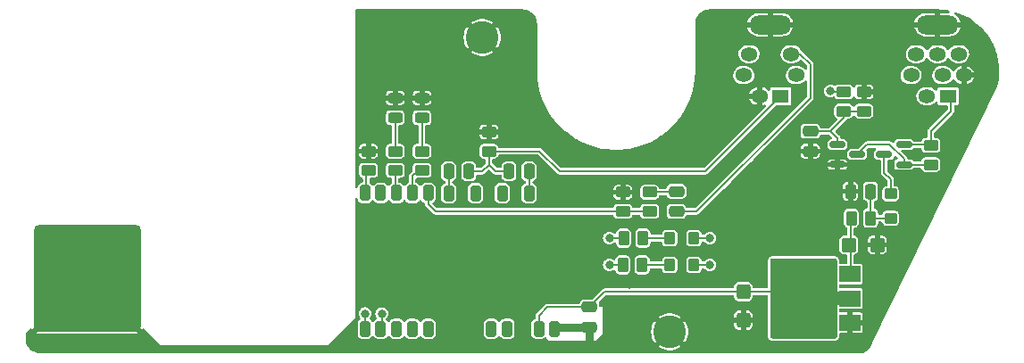
<source format=gbr>
%TF.GenerationSoftware,KiCad,Pcbnew,7.0.1-0*%
%TF.CreationDate,2023-06-10T00:32:33+08:00*%
%TF.ProjectId,FT817-BT-JDY67,46543831-372d-4425-942d-4a445936372e,20230609*%
%TF.SameCoordinates,Original*%
%TF.FileFunction,Copper,L1,Top*%
%TF.FilePolarity,Positive*%
%FSLAX46Y46*%
G04 Gerber Fmt 4.6, Leading zero omitted, Abs format (unit mm)*
G04 Created by KiCad (PCBNEW 7.0.1-0) date 2023-06-10 00:32:33*
%MOMM*%
%LPD*%
G01*
G04 APERTURE LIST*
G04 Aperture macros list*
%AMRoundRect*
0 Rectangle with rounded corners*
0 $1 Rounding radius*
0 $2 $3 $4 $5 $6 $7 $8 $9 X,Y pos of 4 corners*
0 Add a 4 corners polygon primitive as box body*
4,1,4,$2,$3,$4,$5,$6,$7,$8,$9,$2,$3,0*
0 Add four circle primitives for the rounded corners*
1,1,$1+$1,$2,$3*
1,1,$1+$1,$4,$5*
1,1,$1+$1,$6,$7*
1,1,$1+$1,$8,$9*
0 Add four rect primitives between the rounded corners*
20,1,$1+$1,$2,$3,$4,$5,0*
20,1,$1+$1,$4,$5,$6,$7,0*
20,1,$1+$1,$6,$7,$8,$9,0*
20,1,$1+$1,$8,$9,$2,$3,0*%
G04 Aperture macros list end*
%TA.AperFunction,SMDPad,CuDef*%
%ADD10RoundRect,0.250000X0.450000X-0.262500X0.450000X0.262500X-0.450000X0.262500X-0.450000X-0.262500X0*%
%TD*%
%TA.AperFunction,SMDPad,CuDef*%
%ADD11RoundRect,0.250000X-0.450000X-0.425000X0.450000X-0.425000X0.450000X0.425000X-0.450000X0.425000X0*%
%TD*%
%TA.AperFunction,SMDPad,CuDef*%
%ADD12RoundRect,0.250000X-0.262500X-0.450000X0.262500X-0.450000X0.262500X0.450000X-0.262500X0.450000X0*%
%TD*%
%TA.AperFunction,SMDPad,CuDef*%
%ADD13RoundRect,0.250000X-0.425000X0.450000X-0.425000X-0.450000X0.425000X-0.450000X0.425000X0.450000X0*%
%TD*%
%TA.AperFunction,SMDPad,CuDef*%
%ADD14RoundRect,0.250000X-0.475000X0.250000X-0.475000X-0.250000X0.475000X-0.250000X0.475000X0.250000X0*%
%TD*%
%TA.AperFunction,SMDPad,CuDef*%
%ADD15RoundRect,0.150000X0.587500X0.150000X-0.587500X0.150000X-0.587500X-0.150000X0.587500X-0.150000X0*%
%TD*%
%TA.AperFunction,ComponentPad*%
%ADD16R,1.600000X1.300000*%
%TD*%
%TA.AperFunction,ComponentPad*%
%ADD17O,1.600000X1.300000*%
%TD*%
%TA.AperFunction,ComponentPad*%
%ADD18O,4.000000X1.800000*%
%TD*%
%TA.AperFunction,SMDPad,CuDef*%
%ADD19RoundRect,0.250000X0.250000X0.475000X-0.250000X0.475000X-0.250000X-0.475000X0.250000X-0.475000X0*%
%TD*%
%TA.AperFunction,SMDPad,CuDef*%
%ADD20RoundRect,0.250000X-0.250000X-0.475000X0.250000X-0.475000X0.250000X0.475000X-0.250000X0.475000X0*%
%TD*%
%TA.AperFunction,SMDPad,CuDef*%
%ADD21RoundRect,0.250000X-0.450000X0.262500X-0.450000X-0.262500X0.450000X-0.262500X0.450000X0.262500X0*%
%TD*%
%TA.AperFunction,SMDPad,CuDef*%
%ADD22RoundRect,0.250000X-0.350000X0.275000X-0.350000X-0.275000X0.350000X-0.275000X0.350000X0.275000X0*%
%TD*%
%TA.AperFunction,SMDPad,CuDef*%
%ADD23RoundRect,0.250000X0.250000X-0.500000X0.250000X0.500000X-0.250000X0.500000X-0.250000X-0.500000X0*%
%TD*%
%TA.AperFunction,SMDPad,CuDef*%
%ADD24RoundRect,0.250000X0.275000X0.350000X-0.275000X0.350000X-0.275000X-0.350000X0.275000X-0.350000X0*%
%TD*%
%TA.AperFunction,SMDPad,CuDef*%
%ADD25R,2.000000X1.500000*%
%TD*%
%TA.AperFunction,SMDPad,CuDef*%
%ADD26R,2.000000X3.800000*%
%TD*%
%TA.AperFunction,SMDPad,CuDef*%
%ADD27RoundRect,0.243750X-0.456250X0.243750X-0.456250X-0.243750X0.456250X-0.243750X0.456250X0.243750X0*%
%TD*%
%TA.AperFunction,ComponentPad*%
%ADD28C,10.000000*%
%TD*%
%TA.AperFunction,ConnectorPad*%
%ADD29RoundRect,0.508000X-4.572000X-4.572000X4.572000X-4.572000X4.572000X4.572000X-4.572000X4.572000X0*%
%TD*%
%TA.AperFunction,SMDPad,CuDef*%
%ADD30RoundRect,0.150000X-0.587500X-0.150000X0.587500X-0.150000X0.587500X0.150000X-0.587500X0.150000X0*%
%TD*%
%TA.AperFunction,ComponentPad*%
%ADD31C,3.100000*%
%TD*%
%TA.AperFunction,ViaPad*%
%ADD32C,0.800000*%
%TD*%
%TA.AperFunction,Conductor*%
%ADD33C,0.200000*%
%TD*%
%TA.AperFunction,Conductor*%
%ADD34C,0.800000*%
%TD*%
G04 APERTURE END LIST*
D10*
%TO.P,R5,1*%
%TO.N,Net-(U1-MIC-P)*%
X147955000Y-82550000D03*
%TO.P,R5,2*%
%TO.N,GND*%
X147955000Y-80725000D03*
%TD*%
D11*
%TO.P,C1,1*%
%TO.N,Net-(U2-VI)*%
X169385000Y-85725000D03*
%TO.P,C1,2*%
%TO.N,GND*%
X172085000Y-85725000D03*
%TD*%
D12*
%TO.P,R3,1*%
%TO.N,Net-(U1-TXD)*%
X148035000Y-85090000D03*
%TO.P,R3,2*%
%TO.N,Net-(L1-Pad2)*%
X149860000Y-85090000D03*
%TD*%
D13*
%TO.P,C2,1*%
%TO.N,5V*%
X159385000Y-90170000D03*
%TO.P,C2,2*%
%TO.N,GND*%
X159385000Y-92870000D03*
%TD*%
D14*
%TO.P,C6,1*%
%TO.N,5V*%
X144780000Y-91622000D03*
%TO.P,C6,2*%
%TO.N,GND*%
X144780000Y-93522000D03*
%TD*%
D15*
%TO.P,Q2,1,G*%
%TO.N,Net-(Q1-D)*%
X174625000Y-78105000D03*
%TO.P,Q2,2,S*%
%TO.N,+13.8V*%
X174625000Y-76205000D03*
%TO.P,Q2,3,D*%
%TO.N,Net-(Q2-D)*%
X172750000Y-77155000D03*
%TD*%
D10*
%TO.P,R8,1*%
%TO.N,Net-(U1-MIC-P)*%
X150495000Y-82550000D03*
%TO.P,R8,2*%
%TO.N,Net-(C3-Pad1)*%
X150495000Y-80725000D03*
%TD*%
%TO.P,R10,1*%
%TO.N,Net-(Q1-D)*%
X177165000Y-78105000D03*
%TO.P,R10,2*%
%TO.N,+13.8V*%
X177165000Y-76280000D03*
%TD*%
D16*
%TO.P,J1010,1*%
%TO.N,DATA IN*%
X162925000Y-71615000D03*
D17*
%TO.P,J1010,2*%
%TO.N,GND*%
X160925000Y-71615000D03*
%TO.P,J1010,3*%
%TO.N,PTT*%
X164425000Y-69615000D03*
%TO.P,J1010,4*%
%TO.N,DATA OUT 9600bps*%
X159425000Y-69615000D03*
%TO.P,J1010,5*%
%TO.N,DATA OUT 1200bps*%
X163925000Y-67615000D03*
%TO.P,J1010,6*%
%TO.N,SQL*%
X159925000Y-67615000D03*
D18*
%TO.P,J1010,7,GND*%
%TO.N,GND*%
X161925000Y-64815000D03*
%TD*%
D12*
%TO.P,R4,1*%
%TO.N,Net-(U1-RXD)*%
X147955000Y-87630000D03*
%TO.P,R4,2*%
%TO.N,Net-(L2-Pad2)*%
X149780000Y-87630000D03*
%TD*%
D19*
%TO.P,C7,1*%
%TO.N,Net-(C7-Pad1)*%
X171450000Y-80645000D03*
%TO.P,C7,2*%
%TO.N,GND*%
X169550000Y-80645000D03*
%TD*%
D20*
%TO.P,C4,1*%
%TO.N,Net-(U1-LP)*%
X131445000Y-78740000D03*
%TO.P,C4,2*%
%TO.N,DATA IN*%
X133345000Y-78740000D03*
%TD*%
D21*
%TO.P,R7,1*%
%TO.N,GND*%
X123825000Y-76835000D03*
%TO.P,R7,2*%
%TO.N,Net-(U1-ADCKIN)*%
X123825000Y-78660000D03*
%TD*%
D19*
%TO.P,C5,1*%
%TO.N,Net-(U1-RP)*%
X139060000Y-78740000D03*
%TO.P,C5,2*%
%TO.N,DATA IN*%
X137160000Y-78740000D03*
%TD*%
D12*
%TO.P,R6,1*%
%TO.N,Net-(U2-VI)*%
X169625000Y-83185000D03*
%TO.P,R6,2*%
%TO.N,Net-(C7-Pad1)*%
X171450000Y-83185000D03*
%TD*%
D22*
%TO.P,L3,1,1*%
%TO.N,Net-(Q2-D)*%
X173355000Y-80885000D03*
%TO.P,L3,2,2*%
%TO.N,Net-(C7-Pad1)*%
X173355000Y-83185000D03*
%TD*%
D10*
%TO.P,R11,1*%
%TO.N,Net-(Q1-G)*%
X170815000Y-73025000D03*
%TO.P,R11,2*%
%TO.N,GND*%
X170815000Y-71200000D03*
%TD*%
D16*
%TO.P,J1009,1*%
%TO.N,+13.8V*%
X178800000Y-71615000D03*
D17*
%TO.P,J1009,2*%
%TO.N,TX GND*%
X176800000Y-71615000D03*
%TO.P,J1009,3*%
%TO.N,GND*%
X180300000Y-69615000D03*
%TO.P,J1009,4*%
%TO.N,TX D*%
X178300000Y-69615000D03*
%TO.P,J1009,5*%
%TO.N,RX D*%
X175300000Y-69615000D03*
%TO.P,J1009,6*%
%TO.N,BAND DATA*%
X179800000Y-67615000D03*
%TO.P,J1009,7*%
%TO.N,ALC*%
X177800000Y-67615000D03*
%TO.P,J1009,8*%
%TO.N,TX INH*%
X175800000Y-67615000D03*
D18*
%TO.P,J1009,9,GND*%
%TO.N,GND*%
X177800000Y-64815000D03*
%TD*%
D21*
%TO.P,R1,1*%
%TO.N,Net-(D1-A)*%
X126365000Y-76835000D03*
%TO.P,R1,2*%
%TO.N,Net-(U1-BLE-STAT)*%
X126365000Y-78660000D03*
%TD*%
D10*
%TO.P,R9,1*%
%TO.N,DATA IN*%
X135255000Y-76835000D03*
%TO.P,R9,2*%
%TO.N,GND*%
X135255000Y-75010000D03*
%TD*%
D23*
%TO.P,U1,1,TXD*%
%TO.N,Net-(U1-TXD)*%
X123502000Y-93699000D03*
%TO.P,U1,2,RXD*%
%TO.N,Net-(U1-RXD)*%
X125001000Y-93699000D03*
%TO.P,U1,3,KIN*%
%TO.N,unconnected-(U1-KIN-Pad3)*%
X126500000Y-93699000D03*
%TO.P,U1,4,SD-CLK*%
%TO.N,unconnected-(U1-SD-CLK-Pad4)*%
X127999000Y-93699000D03*
%TO.P,U1,5,SD-CMD*%
%TO.N,unconnected-(U1-SD-CMD-Pad5)*%
X129498000Y-93699000D03*
%TO.P,U1,9,VCC3SYS*%
%TO.N,unconnected-(U1-VCC3SYS-Pad9)*%
X135494000Y-93699000D03*
%TO.P,U1,10,IO3VFLA*%
%TO.N,unconnected-(U1-IO3VFLA-Pad10)*%
X136993000Y-93699000D03*
%TO.P,U1,12,VCC*%
%TO.N,5V*%
X139991000Y-93699000D03*
%TO.P,U1,13,GND*%
%TO.N,GND*%
X141490000Y-93699000D03*
%TO.P,U1,14,RP*%
%TO.N,Net-(U1-RP)*%
X139065000Y-80822000D03*
%TO.P,U1,15,RN*%
%TO.N,unconnected-(U1-RN-Pad15)*%
X136525000Y-80822000D03*
%TO.P,U1,16,LN*%
%TO.N,unconnected-(U1-LN-Pad16)*%
X133985000Y-80822000D03*
%TO.P,U1,17,LP*%
%TO.N,Net-(U1-LP)*%
X131445000Y-80822000D03*
%TO.P,U1,18,MIC-P*%
%TO.N,Net-(U1-MIC-P)*%
X129498000Y-80799000D03*
%TO.P,U1,19,AUD-STAT*%
%TO.N,Net-(U1-AUD-STAT)*%
X127999000Y-80799000D03*
%TO.P,U1,20,BLE-STAT*%
%TO.N,Net-(U1-BLE-STAT)*%
X126500000Y-80799000D03*
%TO.P,U1,21,SD-DATA*%
%TO.N,unconnected-(U1-SD-DATA-Pad21)*%
X125001000Y-80799000D03*
%TO.P,U1,22,ADCKIN*%
%TO.N,Net-(U1-ADCKIN)*%
X123502000Y-80799000D03*
%TD*%
D21*
%TO.P,R2,1*%
%TO.N,Net-(D2-A)*%
X128905000Y-76835000D03*
%TO.P,R2,2*%
%TO.N,Net-(U1-AUD-STAT)*%
X128905000Y-78660000D03*
%TD*%
D24*
%TO.P,L2,1,1*%
%TO.N,TX D*%
X154700000Y-87630000D03*
%TO.P,L2,2,2*%
%TO.N,Net-(L2-Pad2)*%
X152400000Y-87630000D03*
%TD*%
D14*
%TO.P,C3,1*%
%TO.N,Net-(C3-Pad1)*%
X153035000Y-80650000D03*
%TO.P,C3,2*%
%TO.N,DATA OUT 1200bps*%
X153035000Y-82550000D03*
%TD*%
D25*
%TO.P,U2,1,GND*%
%TO.N,GND*%
X169520000Y-93105000D03*
%TO.P,U2,2,VO*%
%TO.N,5V*%
X169520000Y-90805000D03*
D26*
X163220000Y-90805000D03*
D25*
%TO.P,U2,3,VI*%
%TO.N,Net-(U2-VI)*%
X169520000Y-88505000D03*
%TD*%
D14*
%TO.P,C8,1*%
%TO.N,Net-(Q1-G)*%
X165735000Y-74935000D03*
%TO.P,C8,2*%
%TO.N,GND*%
X165735000Y-76835000D03*
%TD*%
D24*
%TO.P,L1,1,1*%
%TO.N,RX D*%
X154700000Y-85090000D03*
%TO.P,L1,2,2*%
%TO.N,Net-(L1-Pad2)*%
X152400000Y-85090000D03*
%TD*%
D27*
%TO.P,D1,1,K*%
%TO.N,GND*%
X126365000Y-71785000D03*
%TO.P,D1,2,A*%
%TO.N,Net-(D1-A)*%
X126365000Y-73660000D03*
%TD*%
D28*
%TO.P,H3,1,1*%
%TO.N,GND*%
X97155000Y-88900000D03*
D29*
X97155000Y-88900000D03*
%TD*%
D30*
%TO.P,Q1,1,G*%
%TO.N,Net-(Q1-G)*%
X168305000Y-76200000D03*
%TO.P,Q1,2,S*%
%TO.N,GND*%
X168305000Y-78100000D03*
%TO.P,Q1,3,D*%
%TO.N,Net-(Q1-D)*%
X170180000Y-77150000D03*
%TD*%
D27*
%TO.P,D2,1,K*%
%TO.N,GND*%
X128905000Y-71785000D03*
%TO.P,D2,2,A*%
%TO.N,Net-(D2-A)*%
X128905000Y-73660000D03*
%TD*%
D21*
%TO.P,R12,1*%
%TO.N,PTT*%
X168910000Y-71200000D03*
%TO.P,R12,2*%
%TO.N,Net-(Q1-G)*%
X168910000Y-73025000D03*
%TD*%
D31*
%TO.P,H2,1,1*%
%TO.N,GND*%
X152400000Y-93980000D03*
%TD*%
%TO.P,H1,1,1*%
%TO.N,GND*%
X134620000Y-66040000D03*
%TD*%
D32*
%TO.N,GND*%
X167005000Y-85725000D03*
X161925000Y-74295000D03*
%TO.N,Net-(U1-TXD)*%
X146685000Y-85090000D03*
X123502000Y-92252000D03*
%TO.N,Net-(U1-RXD)*%
X125095000Y-92252000D03*
X146685000Y-87630000D03*
%TO.N,TX D*%
X156210000Y-87630000D03*
%TO.N,RX D*%
X156210000Y-85090000D03*
%TO.N,PTT*%
X167640000Y-71120000D03*
%TO.N,GND*%
X151130000Y-86360000D03*
X141605000Y-88900000D03*
X129540000Y-88900000D03*
X133350000Y-95250000D03*
X123825000Y-67945000D03*
X164465000Y-78105000D03*
X156210000Y-91440000D03*
X154305000Y-88900000D03*
X123825000Y-82550000D03*
X156210000Y-71755000D03*
X166370000Y-80010000D03*
X138430000Y-64770000D03*
X139065000Y-88900000D03*
X182245000Y-66675000D03*
X154940000Y-80010000D03*
X144780000Y-95427000D03*
X138430000Y-83820000D03*
X158750000Y-77470000D03*
X127635000Y-87630000D03*
X151130000Y-88900000D03*
X135255000Y-81280000D03*
X161925000Y-69215000D03*
X161925000Y-80645000D03*
X140335000Y-78740000D03*
X128270000Y-84455000D03*
X161290000Y-85090000D03*
X168275000Y-64770000D03*
X137160000Y-86360000D03*
X126365000Y-82550000D03*
X123825000Y-64135000D03*
X132715000Y-81280000D03*
X127000000Y-95250000D03*
X127000000Y-64135000D03*
X158115000Y-81280000D03*
X151765000Y-76835000D03*
X144780000Y-88900000D03*
X138430000Y-67945000D03*
X173355000Y-88900000D03*
X163195000Y-76200000D03*
X154305000Y-74930000D03*
X171450000Y-64770000D03*
X137795000Y-81280000D03*
X148590000Y-89470500D03*
X125095000Y-90170000D03*
X135890000Y-88900000D03*
X182880000Y-69215000D03*
X123825000Y-88900000D03*
X130175000Y-86360000D03*
X126365000Y-86360000D03*
X156845000Y-88900000D03*
X123825000Y-85725000D03*
X165735000Y-73660000D03*
X123825000Y-71755000D03*
X163830000Y-82550000D03*
X151130000Y-83820000D03*
X127635000Y-90805000D03*
X159385000Y-83185000D03*
X132080000Y-83820000D03*
X140335000Y-81280000D03*
X156210000Y-64770000D03*
X135255000Y-83820000D03*
X159385000Y-94615000D03*
X177165000Y-80645000D03*
X144780000Y-86360000D03*
X182245000Y-71755000D03*
X133985000Y-86360000D03*
X139700000Y-91440000D03*
X131445000Y-71755000D03*
X140335000Y-86360000D03*
X142875000Y-76835000D03*
X147320000Y-77470000D03*
X146685000Y-86360000D03*
X132080000Y-88900000D03*
X175260000Y-85090000D03*
X123190000Y-95250000D03*
X180340000Y-74930000D03*
X130175000Y-64135000D03*
X148590000Y-91440000D03*
X138430000Y-95250000D03*
X138430000Y-71755000D03*
X156210000Y-67945000D03*
X160655000Y-78740000D03*
X130810000Y-76835000D03*
X141605000Y-83820000D03*
X144780000Y-83820000D03*
X140335000Y-74930000D03*
%TD*%
D33*
%TO.N,DATA OUT 1200bps*%
X163925000Y-67615000D02*
X164770000Y-67615000D01*
X165735000Y-71755000D02*
X154940000Y-82550000D01*
X164770000Y-67615000D02*
X165735000Y-68580000D01*
X165735000Y-68580000D02*
X165735000Y-71755000D01*
X154940000Y-82550000D02*
X153035000Y-82550000D01*
%TO.N,Net-(U1-TXD)*%
X148035000Y-85090000D02*
X146685000Y-85090000D01*
X123502000Y-92252000D02*
X123502000Y-93699000D01*
%TO.N,Net-(U1-RXD)*%
X125095000Y-92252000D02*
X125095000Y-93605000D01*
X147955000Y-87630000D02*
X146685000Y-87630000D01*
%TO.N,Net-(U1-RP)*%
X139060000Y-78282000D02*
X139060000Y-80525000D01*
X139060000Y-80525000D02*
X139180000Y-80645000D01*
%TO.N,Net-(U1-LP)*%
X131445000Y-80530000D02*
X131560000Y-80645000D01*
X131445000Y-78282000D02*
X131445000Y-80530000D01*
%TO.N,Net-(U1-MIC-P)*%
X130175000Y-82550000D02*
X129498000Y-81873000D01*
X130175000Y-82550000D02*
X150495000Y-82550000D01*
X129498000Y-81873000D02*
X129498000Y-80799000D01*
%TO.N,Net-(U1-ADCKIN)*%
X123617000Y-78868000D02*
X123825000Y-78660000D01*
X123617000Y-80622000D02*
X123617000Y-78868000D01*
%TO.N,Net-(U1-AUD-STAT)*%
X128270000Y-78917000D02*
X128905000Y-78917000D01*
X127999000Y-79188000D02*
X128270000Y-78917000D01*
X127999000Y-80507000D02*
X127999000Y-79188000D01*
%TO.N,Net-(U1-BLE-STAT)*%
X126365000Y-80372000D02*
X126365000Y-78917000D01*
%TO.N,Net-(U2-VI)*%
X169545000Y-83265000D02*
X169545000Y-88050000D01*
%TO.N,+13.8V*%
X174625000Y-76205000D02*
X177090000Y-76205000D01*
X177165000Y-74930000D02*
X177165000Y-75922500D01*
X179070000Y-71885000D02*
X179070000Y-73025000D01*
X177090000Y-76205000D02*
X177165000Y-76280000D01*
X179070000Y-73025000D02*
X177165000Y-74930000D01*
%TO.N,TX D*%
X154700000Y-87630000D02*
X156210000Y-87630000D01*
%TO.N,RX D*%
X154700000Y-85090000D02*
X156210000Y-85090000D01*
%TO.N,PTT*%
X167720000Y-71200000D02*
X167640000Y-71120000D01*
X168910000Y-71200000D02*
X167720000Y-71200000D01*
%TO.N,DATA IN*%
X134620000Y-78740000D02*
X133522000Y-78740000D01*
X135255000Y-78105000D02*
X135890000Y-78740000D01*
X162925000Y-71615000D02*
X155800000Y-78740000D01*
X135255000Y-78105000D02*
X134620000Y-78740000D01*
X141959950Y-78740000D02*
X140054950Y-76835000D01*
X155800000Y-78740000D02*
X141959950Y-78740000D01*
X135890000Y-78740000D02*
X136983000Y-78740000D01*
X135255000Y-76835000D02*
X135255000Y-78105000D01*
X140054950Y-76835000D02*
X135255000Y-76835000D01*
%TO.N,Net-(D1-A)*%
X126365000Y-76835000D02*
X126365000Y-73660000D01*
%TO.N,Net-(D2-A)*%
X128905000Y-76835000D02*
X128905000Y-73660000D01*
%TO.N,GND*%
X123190000Y-95250000D02*
X123105000Y-95335000D01*
D34*
X144780000Y-95427000D02*
X144780000Y-93522000D01*
X144780000Y-95427000D02*
X144780000Y-94157000D01*
X144780000Y-93522000D02*
X141605000Y-93522000D01*
D33*
X159385000Y-92870000D02*
X159385000Y-94615000D01*
%TO.N,Net-(C3-Pad1)*%
X150495000Y-80725000D02*
X152960000Y-80725000D01*
%TO.N,Net-(L1-Pad2)*%
X152400000Y-85090000D02*
X149860000Y-85090000D01*
%TO.N,Net-(L2-Pad2)*%
X152400000Y-87630000D02*
X149860000Y-87630000D01*
%TO.N,5V*%
X162585000Y-90170000D02*
X146232000Y-90170000D01*
X140788000Y-91622000D02*
X139991000Y-92419000D01*
X146232000Y-90170000D02*
X144780000Y-91622000D01*
X139991000Y-92419000D02*
X139991000Y-93699000D01*
X144780000Y-91622000D02*
X140788000Y-91622000D01*
%TO.N,Net-(C7-Pad1)*%
X171450000Y-80645000D02*
X171450000Y-82550000D01*
X173355000Y-83185000D02*
X171450000Y-83185000D01*
%TO.N,Net-(Q1-G)*%
X170815000Y-73025000D02*
X168910000Y-73025000D01*
X167635000Y-74935000D02*
X167000000Y-74935000D01*
X168910000Y-73660000D02*
X167635000Y-74935000D01*
X168305000Y-75595000D02*
X168305000Y-76200000D01*
X168910000Y-73025000D02*
X168910000Y-73660000D01*
X167645000Y-74935000D02*
X168305000Y-75595000D01*
X167000000Y-74935000D02*
X165735000Y-74935000D01*
X167000000Y-74935000D02*
X167645000Y-74935000D01*
%TO.N,Net-(Q2-D)*%
X172750000Y-77155000D02*
X172750000Y-78890000D01*
X173355000Y-79495000D02*
X173355000Y-80885000D01*
X172750000Y-78890000D02*
X173355000Y-79495000D01*
%TO.N,Net-(Q1-D)*%
X174625000Y-78105000D02*
X174625000Y-77578896D01*
X174625000Y-78105000D02*
X177165000Y-78105000D01*
X171130000Y-76200000D02*
X170180000Y-77150000D01*
X174625000Y-77578896D02*
X173246104Y-76200000D01*
X173246104Y-76200000D02*
X171130000Y-76200000D01*
%TD*%
%TA.AperFunction,Conductor*%
%TO.N,5V*%
G36*
X168121288Y-87013954D02*
G01*
X168202070Y-87067930D01*
X168256046Y-87148712D01*
X168275000Y-87244000D01*
X168275000Y-90170000D01*
X169931000Y-90170000D01*
X170026288Y-90188954D01*
X170107070Y-90242930D01*
X170161046Y-90323712D01*
X170180000Y-90419000D01*
X170180000Y-91191000D01*
X170161046Y-91286288D01*
X170107070Y-91367070D01*
X170026288Y-91421046D01*
X169931000Y-91440000D01*
X168275000Y-91440000D01*
X168275000Y-91440001D01*
X168275000Y-94366000D01*
X168256046Y-94461288D01*
X168202070Y-94542070D01*
X168121288Y-94596046D01*
X168026000Y-94615000D01*
X162174000Y-94615000D01*
X162078712Y-94596046D01*
X161997930Y-94542070D01*
X161943954Y-94461288D01*
X161925000Y-94366000D01*
X161925000Y-87244000D01*
X161943954Y-87148712D01*
X161997930Y-87067930D01*
X162078712Y-87013954D01*
X162174000Y-86995000D01*
X168026000Y-86995000D01*
X168121288Y-87013954D01*
G37*
%TD.AperFunction*%
%TD*%
%TA.AperFunction,Conductor*%
%TO.N,GND*%
G36*
X138434853Y-63365881D02*
G01*
X138639988Y-63382026D01*
X138659197Y-63385069D01*
X138854531Y-63431964D01*
X138873024Y-63437973D01*
X138997422Y-63489500D01*
X139058615Y-63514847D01*
X139075952Y-63523681D01*
X139247221Y-63628636D01*
X139262962Y-63640073D01*
X139415709Y-63770531D01*
X139429468Y-63784290D01*
X139559926Y-63937037D01*
X139571363Y-63952778D01*
X139676318Y-64124047D01*
X139685152Y-64141384D01*
X139762024Y-64326969D01*
X139768037Y-64345475D01*
X139814929Y-64540797D01*
X139817973Y-64560015D01*
X139834118Y-64765146D01*
X139834500Y-64774875D01*
X139834500Y-69482346D01*
X139872643Y-70015670D01*
X139948738Y-70544927D01*
X140062394Y-71067391D01*
X140213034Y-71580423D01*
X140399892Y-72081410D01*
X140622005Y-72567770D01*
X140878262Y-73037068D01*
X141167331Y-73486869D01*
X141487757Y-73914908D01*
X141837915Y-74319012D01*
X142215987Y-74697084D01*
X142245229Y-74722422D01*
X142618215Y-75045617D01*
X142620091Y-75047242D01*
X143048130Y-75367668D01*
X143497931Y-75656737D01*
X143497936Y-75656739D01*
X143497938Y-75656741D01*
X143567532Y-75694742D01*
X143967229Y-75912994D01*
X144453589Y-76135107D01*
X144453596Y-76135109D01*
X144453597Y-76135110D01*
X144954575Y-76321965D01*
X145467607Y-76472605D01*
X145639228Y-76509939D01*
X145990072Y-76586261D01*
X145990076Y-76586261D01*
X145990078Y-76586262D01*
X146519326Y-76662356D01*
X146913856Y-76690573D01*
X147052654Y-76700500D01*
X147052655Y-76700500D01*
X147587345Y-76700500D01*
X147587346Y-76700500D01*
X147726144Y-76690573D01*
X148120674Y-76662356D01*
X148649922Y-76586262D01*
X148655724Y-76585000D01*
X148843502Y-76544151D01*
X149172393Y-76472605D01*
X149685425Y-76321965D01*
X150186403Y-76135110D01*
X150186644Y-76135000D01*
X150672770Y-75912994D01*
X150871251Y-75804615D01*
X151142062Y-75656741D01*
X151583650Y-75372950D01*
X151591869Y-75367668D01*
X151605980Y-75357105D01*
X152019914Y-75047238D01*
X152424006Y-74697090D01*
X152802090Y-74319006D01*
X153152238Y-73914914D01*
X153472666Y-73486872D01*
X153761741Y-73037062D01*
X154017991Y-72567775D01*
X154017994Y-72567770D01*
X154240107Y-72081410D01*
X154257417Y-72035000D01*
X154320824Y-71865000D01*
X159962258Y-71865000D01*
X159980714Y-71931472D01*
X160067314Y-72094820D01*
X160187012Y-72235737D01*
X160334195Y-72347624D01*
X160501990Y-72425254D01*
X160675000Y-72463337D01*
X160675000Y-71865000D01*
X159962258Y-71865000D01*
X154320824Y-71865000D01*
X154426965Y-71580425D01*
X154490220Y-71364999D01*
X159959624Y-71364999D01*
X159959625Y-71365000D01*
X160675000Y-71365000D01*
X160675000Y-70770863D01*
X160591198Y-70779977D01*
X160415990Y-70839011D01*
X160257568Y-70934330D01*
X160123344Y-71061475D01*
X160019586Y-71214507D01*
X159959624Y-71364999D01*
X154490220Y-71364999D01*
X154577605Y-71067393D01*
X154675941Y-70615350D01*
X154691261Y-70544927D01*
X154692695Y-70534956D01*
X154767356Y-70015674D01*
X154799325Y-69568685D01*
X158420740Y-69568685D01*
X158430754Y-69753407D01*
X158480245Y-69931658D01*
X158566899Y-70095103D01*
X158686663Y-70236100D01*
X158833936Y-70348055D01*
X159001830Y-70425731D01*
X159001831Y-70425731D01*
X159001833Y-70425732D01*
X159182503Y-70465500D01*
X159621113Y-70465500D01*
X159621115Y-70465500D01*
X159704080Y-70456477D01*
X159758910Y-70450514D01*
X159934221Y-70391444D01*
X160092736Y-70296070D01*
X160227041Y-70168849D01*
X160330858Y-70015730D01*
X160399331Y-69843875D01*
X160429260Y-69661317D01*
X160419245Y-69476593D01*
X160369754Y-69298341D01*
X160283100Y-69134896D01*
X160163337Y-68993900D01*
X160163336Y-68993899D01*
X160016063Y-68881944D01*
X159848169Y-68804268D01*
X159667497Y-68764500D01*
X159228887Y-68764500D01*
X159228885Y-68764500D01*
X159091091Y-68779485D01*
X158915779Y-68838556D01*
X158757262Y-68933931D01*
X158622960Y-69061149D01*
X158519140Y-69214272D01*
X158450669Y-69386121D01*
X158435837Y-69476593D01*
X158421701Y-69562825D01*
X158420740Y-69568685D01*
X154799325Y-69568685D01*
X154805500Y-69482345D01*
X154805500Y-69215000D01*
X154805500Y-69149108D01*
X154805500Y-67568685D01*
X158920740Y-67568685D01*
X158930754Y-67753407D01*
X158980245Y-67931658D01*
X159066899Y-68095103D01*
X159186663Y-68236100D01*
X159333936Y-68348055D01*
X159501830Y-68425731D01*
X159501831Y-68425731D01*
X159501833Y-68425732D01*
X159682503Y-68465500D01*
X160121113Y-68465500D01*
X160121115Y-68465500D01*
X160190011Y-68458007D01*
X160258910Y-68450514D01*
X160434221Y-68391444D01*
X160592736Y-68296070D01*
X160727041Y-68168849D01*
X160830858Y-68015730D01*
X160899331Y-67843875D01*
X160929260Y-67661317D01*
X160919245Y-67476593D01*
X160909840Y-67442720D01*
X160869754Y-67298341D01*
X160783100Y-67134896D01*
X160663336Y-66993899D01*
X160516063Y-66881944D01*
X160348169Y-66804268D01*
X160167497Y-66764500D01*
X159728887Y-66764500D01*
X159728885Y-66764500D01*
X159591091Y-66779485D01*
X159415779Y-66838556D01*
X159257262Y-66933931D01*
X159122960Y-67061149D01*
X159019140Y-67214272D01*
X158950669Y-67386121D01*
X158935837Y-67476593D01*
X158922198Y-67559793D01*
X158920740Y-67568685D01*
X154805500Y-67568685D01*
X154805500Y-65065000D01*
X159753742Y-65065000D01*
X159780770Y-65176410D01*
X159868039Y-65367505D01*
X159989892Y-65538621D01*
X160141933Y-65683592D01*
X160318655Y-65797166D01*
X160513685Y-65875244D01*
X160719962Y-65915000D01*
X161675000Y-65915000D01*
X161675000Y-65065000D01*
X162175000Y-65065000D01*
X162175000Y-65915000D01*
X163077399Y-65915000D01*
X163234125Y-65900034D01*
X163435687Y-65840850D01*
X163622412Y-65744587D01*
X163787538Y-65614730D01*
X163925111Y-65455963D01*
X164030146Y-65274036D01*
X164098856Y-65075511D01*
X164100368Y-65065000D01*
X175628742Y-65065000D01*
X175655770Y-65176410D01*
X175743039Y-65367505D01*
X175864892Y-65538621D01*
X176016933Y-65683592D01*
X176193655Y-65797166D01*
X176388685Y-65875244D01*
X176594962Y-65915000D01*
X177550000Y-65915000D01*
X177550000Y-65065000D01*
X178050000Y-65065000D01*
X178050000Y-65915000D01*
X178952399Y-65915000D01*
X179109125Y-65900034D01*
X179310687Y-65840850D01*
X179497412Y-65744587D01*
X179662538Y-65614730D01*
X179800111Y-65455963D01*
X179905146Y-65274036D01*
X179973856Y-65075511D01*
X179975368Y-65065000D01*
X178050000Y-65065000D01*
X177550000Y-65065000D01*
X175628742Y-65065000D01*
X164100368Y-65065000D01*
X162175000Y-65065000D01*
X161675000Y-65065000D01*
X159753742Y-65065000D01*
X154805500Y-65065000D01*
X154805500Y-64774875D01*
X154805882Y-64765146D01*
X154808501Y-64731873D01*
X154821633Y-64564999D01*
X159749631Y-64564999D01*
X159749632Y-64565000D01*
X161675000Y-64565000D01*
X161675000Y-63715000D01*
X162175000Y-63715000D01*
X162175000Y-64565000D01*
X164096257Y-64565000D01*
X164096257Y-64564999D01*
X175624631Y-64564999D01*
X175624632Y-64565000D01*
X177550000Y-64565000D01*
X177550000Y-63715000D01*
X176647601Y-63715000D01*
X176490874Y-63729965D01*
X176289312Y-63789149D01*
X176102587Y-63885412D01*
X175937461Y-64015269D01*
X175799888Y-64174036D01*
X175694853Y-64355963D01*
X175626143Y-64554488D01*
X175624631Y-64564999D01*
X164096257Y-64564999D01*
X164069229Y-64453589D01*
X163981960Y-64262494D01*
X163860107Y-64091378D01*
X163708066Y-63946407D01*
X163531344Y-63832833D01*
X163336314Y-63754755D01*
X163130038Y-63715000D01*
X162175000Y-63715000D01*
X161675000Y-63715000D01*
X160772601Y-63715000D01*
X160615874Y-63729965D01*
X160414312Y-63789149D01*
X160227587Y-63885412D01*
X160062461Y-64015269D01*
X159924888Y-64174036D01*
X159819853Y-64355963D01*
X159751143Y-64554488D01*
X159749631Y-64564999D01*
X154821633Y-64564999D01*
X154822026Y-64560009D01*
X154825068Y-64540803D01*
X154871965Y-64345464D01*
X154877971Y-64326979D01*
X154954848Y-64141380D01*
X154963681Y-64124047D01*
X155045587Y-63990391D01*
X155068637Y-63952776D01*
X155080073Y-63937037D01*
X155210531Y-63784290D01*
X155224290Y-63770531D01*
X155377037Y-63640073D01*
X155392778Y-63628636D01*
X155531923Y-63543367D01*
X155564050Y-63523679D01*
X155581380Y-63514848D01*
X155766979Y-63437971D01*
X155785464Y-63431965D01*
X155980803Y-63385068D01*
X156000009Y-63382026D01*
X156205146Y-63365881D01*
X156214875Y-63365500D01*
X156275892Y-63365500D01*
X177734108Y-63365500D01*
X177797586Y-63365500D01*
X177802395Y-63365592D01*
X178248637Y-63382914D01*
X178258203Y-63383659D01*
X178699355Y-63435237D01*
X178708856Y-63436724D01*
X178874806Y-63469326D01*
X178929378Y-63494992D01*
X178965388Y-63543367D01*
X178974319Y-63603008D01*
X178954058Y-63659809D01*
X178909398Y-63700335D01*
X178850902Y-63715000D01*
X178050000Y-63715000D01*
X178050000Y-64565000D01*
X179971257Y-64565000D01*
X179944229Y-64453589D01*
X179856960Y-64262494D01*
X179735107Y-64091378D01*
X179583066Y-63946407D01*
X179443923Y-63856984D01*
X179398313Y-63804496D01*
X179388128Y-63735711D01*
X179416570Y-63672258D01*
X179474695Y-63634091D01*
X179544224Y-63633214D01*
X179581913Y-63643709D01*
X179591036Y-63646635D01*
X180008411Y-63798598D01*
X180017291Y-63802227D01*
X180421621Y-63986080D01*
X180430187Y-63990383D01*
X180819064Y-64205035D01*
X180827274Y-64209992D01*
X181198329Y-64454133D01*
X181206141Y-64459719D01*
X181557148Y-64731884D01*
X181564476Y-64738035D01*
X181893352Y-65036607D01*
X181900211Y-65043338D01*
X182204921Y-65366474D01*
X182211243Y-65373723D01*
X182489994Y-65719513D01*
X182495736Y-65727230D01*
X182746832Y-66093568D01*
X182751959Y-66101707D01*
X182973915Y-66486431D01*
X182978395Y-66494943D01*
X183084277Y-66716572D01*
X183126173Y-66804268D01*
X183169850Y-66895690D01*
X183173657Y-66904524D01*
X183262505Y-67134896D01*
X183325540Y-67298341D01*
X183333478Y-67318922D01*
X183336588Y-67328022D01*
X183352972Y-67382826D01*
X183463807Y-67753571D01*
X183466202Y-67762887D01*
X183560047Y-68196989D01*
X183561714Y-68206463D01*
X183621628Y-68646554D01*
X183622555Y-68656128D01*
X183648175Y-69099535D01*
X183648357Y-69109153D01*
X183639529Y-69553223D01*
X183638964Y-69562825D01*
X183595743Y-70004839D01*
X183594437Y-70014369D01*
X183517076Y-70451741D01*
X183515034Y-70461142D01*
X183414136Y-70851946D01*
X183405543Y-70875265D01*
X171652899Y-94994176D01*
X171644911Y-95008178D01*
X171631021Y-95029216D01*
X171623201Y-95052676D01*
X171620792Y-95058578D01*
X171611493Y-95087543D01*
X171608212Y-95096549D01*
X171537796Y-95268841D01*
X171530594Y-95283591D01*
X171439540Y-95442452D01*
X171430453Y-95456122D01*
X171319209Y-95601571D01*
X171308396Y-95613920D01*
X171178920Y-95743396D01*
X171166571Y-95754209D01*
X171021122Y-95865453D01*
X171007452Y-95874540D01*
X170848593Y-95965593D01*
X170833844Y-95972795D01*
X170742122Y-96010283D01*
X170695209Y-96019500D01*
X92714875Y-96019500D01*
X92705146Y-96019118D01*
X92500015Y-96002973D01*
X92480797Y-95999929D01*
X92285475Y-95953037D01*
X92266969Y-95947024D01*
X92081384Y-95870152D01*
X92064047Y-95861318D01*
X91892778Y-95756363D01*
X91877037Y-95744926D01*
X91724290Y-95614468D01*
X91710531Y-95600709D01*
X91580073Y-95447962D01*
X91568636Y-95432221D01*
X91538301Y-95382720D01*
X151350831Y-95382720D01*
X151522546Y-95499793D01*
X151758860Y-95613596D01*
X152009496Y-95690908D01*
X152268856Y-95730000D01*
X152531144Y-95730000D01*
X152790503Y-95690908D01*
X153041139Y-95613596D01*
X153277456Y-95499792D01*
X153449167Y-95382720D01*
X152400001Y-94333553D01*
X152400000Y-94333553D01*
X151350831Y-95382720D01*
X91538301Y-95382720D01*
X91463681Y-95260952D01*
X91454847Y-95243615D01*
X91441298Y-95210906D01*
X91377973Y-95058024D01*
X91371964Y-95039531D01*
X91325069Y-94844197D01*
X91322026Y-94824984D01*
X91321362Y-94816551D01*
X91305881Y-94619853D01*
X91305500Y-94610125D01*
X91305500Y-94165862D01*
X91314939Y-94118409D01*
X91341819Y-94078181D01*
X91420808Y-93999192D01*
X91721704Y-93698295D01*
X91776083Y-93666534D01*
X91839056Y-93665582D01*
X91894373Y-93695689D01*
X91927766Y-93749088D01*
X91932633Y-93764707D01*
X91934179Y-93767265D01*
X91934181Y-93767265D01*
X92991446Y-92710000D01*
X93698551Y-92710000D01*
X92287732Y-94120818D01*
X92290296Y-94122368D01*
X92454440Y-94173517D01*
X92525773Y-94179999D01*
X101784228Y-94179999D01*
X101855556Y-94173518D01*
X102019704Y-94122367D01*
X102022265Y-94120818D01*
X100611447Y-92710000D01*
X101318553Y-92710000D01*
X102375818Y-93767265D01*
X102377366Y-93764706D01*
X102382232Y-93749092D01*
X102415623Y-93695692D01*
X102470941Y-93665584D01*
X102533915Y-93666534D01*
X102588299Y-93698299D01*
X104140000Y-95250000D01*
X120015000Y-95250000D01*
X121011731Y-94253269D01*
X122801500Y-94253269D01*
X122804353Y-94283696D01*
X122849207Y-94411884D01*
X122929849Y-94521150D01*
X123039115Y-94601792D01*
X123039118Y-94601793D01*
X123167301Y-94646646D01*
X123179474Y-94647787D01*
X123197731Y-94649500D01*
X123197734Y-94649500D01*
X123806266Y-94649500D01*
X123806269Y-94649500D01*
X123821482Y-94648072D01*
X123836699Y-94646646D01*
X123964882Y-94601793D01*
X123964882Y-94601792D01*
X123964884Y-94601792D01*
X124074148Y-94521152D01*
X124074148Y-94521150D01*
X124074150Y-94521150D01*
X124151730Y-94416032D01*
X124195618Y-94378972D01*
X124251500Y-94365666D01*
X124307382Y-94378972D01*
X124351271Y-94416033D01*
X124428851Y-94521152D01*
X124538115Y-94601792D01*
X124538118Y-94601793D01*
X124666301Y-94646646D01*
X124678474Y-94647787D01*
X124696731Y-94649500D01*
X124696734Y-94649500D01*
X125305266Y-94649500D01*
X125305269Y-94649500D01*
X125320482Y-94648072D01*
X125335699Y-94646646D01*
X125463882Y-94601793D01*
X125463882Y-94601792D01*
X125463884Y-94601792D01*
X125573148Y-94521152D01*
X125573148Y-94521150D01*
X125573150Y-94521150D01*
X125650730Y-94416032D01*
X125694618Y-94378972D01*
X125750500Y-94365666D01*
X125806382Y-94378972D01*
X125850271Y-94416033D01*
X125927851Y-94521152D01*
X126037115Y-94601792D01*
X126037118Y-94601793D01*
X126165301Y-94646646D01*
X126177474Y-94647787D01*
X126195731Y-94649500D01*
X126195734Y-94649500D01*
X126804266Y-94649500D01*
X126804269Y-94649500D01*
X126819482Y-94648072D01*
X126834699Y-94646646D01*
X126962882Y-94601793D01*
X126962882Y-94601792D01*
X126962884Y-94601792D01*
X127072148Y-94521152D01*
X127072148Y-94521150D01*
X127072150Y-94521150D01*
X127149730Y-94416032D01*
X127193618Y-94378972D01*
X127249500Y-94365666D01*
X127305382Y-94378972D01*
X127349271Y-94416033D01*
X127426851Y-94521152D01*
X127536115Y-94601792D01*
X127536118Y-94601793D01*
X127664301Y-94646646D01*
X127676474Y-94647787D01*
X127694731Y-94649500D01*
X127694734Y-94649500D01*
X128303266Y-94649500D01*
X128303269Y-94649500D01*
X128318482Y-94648072D01*
X128333699Y-94646646D01*
X128461882Y-94601793D01*
X128461882Y-94601792D01*
X128461884Y-94601792D01*
X128571148Y-94521152D01*
X128571148Y-94521150D01*
X128571150Y-94521150D01*
X128648730Y-94416032D01*
X128692618Y-94378972D01*
X128748500Y-94365666D01*
X128804382Y-94378972D01*
X128848271Y-94416033D01*
X128925851Y-94521152D01*
X129035115Y-94601792D01*
X129035118Y-94601793D01*
X129163301Y-94646646D01*
X129175474Y-94647787D01*
X129193731Y-94649500D01*
X129193734Y-94649500D01*
X129802266Y-94649500D01*
X129802269Y-94649500D01*
X129817482Y-94648072D01*
X129832699Y-94646646D01*
X129960882Y-94601793D01*
X129960882Y-94601792D01*
X129960884Y-94601792D01*
X130070150Y-94521150D01*
X130150792Y-94411884D01*
X130152819Y-94406091D01*
X130195646Y-94283699D01*
X130198500Y-94253269D01*
X134793500Y-94253269D01*
X134796353Y-94283696D01*
X134841207Y-94411884D01*
X134921849Y-94521150D01*
X135031115Y-94601792D01*
X135031118Y-94601793D01*
X135159301Y-94646646D01*
X135171474Y-94647787D01*
X135189731Y-94649500D01*
X135189734Y-94649500D01*
X135798266Y-94649500D01*
X135798269Y-94649500D01*
X135813482Y-94648072D01*
X135828699Y-94646646D01*
X135956882Y-94601793D01*
X135956882Y-94601792D01*
X135956884Y-94601792D01*
X136066148Y-94521152D01*
X136066148Y-94521150D01*
X136066150Y-94521150D01*
X136143730Y-94416032D01*
X136187618Y-94378972D01*
X136243500Y-94365666D01*
X136299382Y-94378972D01*
X136343271Y-94416033D01*
X136420851Y-94521152D01*
X136530115Y-94601792D01*
X136530118Y-94601793D01*
X136658301Y-94646646D01*
X136670474Y-94647787D01*
X136688731Y-94649500D01*
X136688734Y-94649500D01*
X137297266Y-94649500D01*
X137297269Y-94649500D01*
X137312482Y-94648072D01*
X137327699Y-94646646D01*
X137455882Y-94601793D01*
X137455882Y-94601792D01*
X137455884Y-94601792D01*
X137565150Y-94521150D01*
X137645792Y-94411884D01*
X137647819Y-94406091D01*
X137690646Y-94283699D01*
X137693500Y-94253269D01*
X139290500Y-94253269D01*
X139293353Y-94283696D01*
X139338207Y-94411884D01*
X139418849Y-94521150D01*
X139528115Y-94601792D01*
X139528118Y-94601793D01*
X139656301Y-94646646D01*
X139668474Y-94647787D01*
X139686731Y-94649500D01*
X139686734Y-94649500D01*
X140295266Y-94649500D01*
X140295269Y-94649500D01*
X140310482Y-94648072D01*
X140325699Y-94646646D01*
X140453882Y-94601793D01*
X140555541Y-94526765D01*
X140609165Y-94504161D01*
X140667198Y-94508510D01*
X140716855Y-94538855D01*
X140970000Y-94792000D01*
X143510000Y-94792000D01*
X145415000Y-94792000D01*
X146050000Y-94157000D01*
X146050000Y-93979999D01*
X150645092Y-93979999D01*
X150664693Y-94241552D01*
X150723059Y-94497270D01*
X150818882Y-94741424D01*
X150950027Y-94968573D01*
X150997873Y-95028571D01*
X150997874Y-95028571D01*
X152046446Y-93980001D01*
X152753553Y-93980001D01*
X153802124Y-95028571D01*
X153849972Y-94968572D01*
X153981117Y-94741423D01*
X154076940Y-94497270D01*
X154135306Y-94241552D01*
X154154907Y-93979999D01*
X154135306Y-93718447D01*
X154076940Y-93462729D01*
X153981117Y-93218575D01*
X153924204Y-93120000D01*
X158510001Y-93120000D01*
X158510001Y-93374199D01*
X158512851Y-93404605D01*
X158557654Y-93532646D01*
X158638207Y-93641792D01*
X158747353Y-93722345D01*
X158875396Y-93767149D01*
X158905794Y-93770000D01*
X159135000Y-93770000D01*
X159135000Y-93120000D01*
X159635000Y-93120000D01*
X159635000Y-93769999D01*
X159864199Y-93769999D01*
X159894605Y-93767148D01*
X160022646Y-93722345D01*
X160131792Y-93641792D01*
X160212345Y-93532646D01*
X160257149Y-93404603D01*
X160260000Y-93374206D01*
X160260000Y-93120000D01*
X159635000Y-93120000D01*
X159135000Y-93120000D01*
X158510001Y-93120000D01*
X153924204Y-93120000D01*
X153849972Y-92991426D01*
X153802125Y-92931427D01*
X152753553Y-93980000D01*
X152753553Y-93980001D01*
X152046446Y-93980001D01*
X152046446Y-93980000D01*
X150997873Y-92931427D01*
X150950028Y-92991424D01*
X150818882Y-93218576D01*
X150723059Y-93462729D01*
X150664693Y-93718447D01*
X150645092Y-93979999D01*
X146050000Y-93979999D01*
X146050000Y-92577278D01*
X151350832Y-92577278D01*
X152400000Y-93626446D01*
X152400001Y-93626446D01*
X153406445Y-92620000D01*
X158510000Y-92620000D01*
X159135000Y-92620000D01*
X159135000Y-91970001D01*
X158905801Y-91970001D01*
X158875394Y-91972851D01*
X158747353Y-92017654D01*
X158638207Y-92098207D01*
X158557654Y-92207353D01*
X158512850Y-92335396D01*
X158510000Y-92365794D01*
X158510000Y-92620000D01*
X153406445Y-92620000D01*
X153449167Y-92577278D01*
X153277451Y-92460205D01*
X153041139Y-92346403D01*
X152790503Y-92269091D01*
X152531144Y-92230000D01*
X152268856Y-92230000D01*
X152009496Y-92269091D01*
X151758860Y-92346403D01*
X151522545Y-92460206D01*
X151350832Y-92577278D01*
X146050000Y-92577278D01*
X146050000Y-91970000D01*
X159635000Y-91970000D01*
X159635000Y-92620000D01*
X160259999Y-92620000D01*
X160259999Y-92365801D01*
X160257148Y-92335394D01*
X160212345Y-92207353D01*
X160131792Y-92098207D01*
X160022646Y-92017654D01*
X159894603Y-91972850D01*
X159864206Y-91970000D01*
X159635000Y-91970000D01*
X146050000Y-91970000D01*
X146050000Y-91617000D01*
X145829500Y-91617000D01*
X145767500Y-91600387D01*
X145722113Y-91555000D01*
X145705500Y-91493000D01*
X145705500Y-91317731D01*
X145702646Y-91287303D01*
X145702646Y-91287301D01*
X145686132Y-91240109D01*
X145682283Y-91171565D01*
X145715491Y-91111478D01*
X146320151Y-90506819D01*
X146360380Y-90479939D01*
X146407833Y-90470500D01*
X158385500Y-90470500D01*
X158447500Y-90487113D01*
X158492887Y-90532500D01*
X158509500Y-90594500D01*
X158509500Y-90674269D01*
X158512353Y-90704696D01*
X158557207Y-90832884D01*
X158637849Y-90942150D01*
X158747115Y-91022792D01*
X158747118Y-91022793D01*
X158875301Y-91067646D01*
X158887474Y-91068787D01*
X158905731Y-91070500D01*
X158905734Y-91070500D01*
X159864266Y-91070500D01*
X159864269Y-91070500D01*
X159879482Y-91069072D01*
X159894699Y-91067646D01*
X160022882Y-91022793D01*
X160022882Y-91022792D01*
X160022884Y-91022792D01*
X160132150Y-90942150D01*
X160212792Y-90832884D01*
X160212793Y-90832882D01*
X160257646Y-90704699D01*
X160260500Y-90674266D01*
X160260500Y-90594500D01*
X160277113Y-90532500D01*
X160322500Y-90487113D01*
X160384500Y-90470500D01*
X161595500Y-90470500D01*
X161657500Y-90487113D01*
X161702887Y-90532500D01*
X161719500Y-90594500D01*
X161719500Y-94365998D01*
X161723449Y-94406097D01*
X161742401Y-94501376D01*
X161773087Y-94575460D01*
X161827061Y-94656238D01*
X161883761Y-94712938D01*
X161964539Y-94766912D01*
X161964541Y-94766913D01*
X161964543Y-94766914D01*
X162013928Y-94787369D01*
X162038623Y-94797598D01*
X162133902Y-94816550D01*
X162133905Y-94816550D01*
X162133909Y-94816551D01*
X162174000Y-94820500D01*
X168025998Y-94820500D01*
X168026000Y-94820500D01*
X168066091Y-94816551D01*
X168066095Y-94816550D01*
X168066097Y-94816550D01*
X168161376Y-94797598D01*
X168161377Y-94797597D01*
X168161379Y-94797597D01*
X168235457Y-94766914D01*
X168316239Y-94712938D01*
X168372938Y-94656239D01*
X168426914Y-94575457D01*
X168457597Y-94501379D01*
X168458415Y-94497270D01*
X168476550Y-94406097D01*
X168480500Y-94365998D01*
X168480500Y-94179000D01*
X168497113Y-94117000D01*
X168542500Y-94071613D01*
X168604500Y-94055000D01*
X169270000Y-94055000D01*
X169270000Y-93355000D01*
X169770000Y-93355000D01*
X169770000Y-94055000D01*
X170539697Y-94055000D01*
X170598036Y-94043395D01*
X170664192Y-93999192D01*
X170708395Y-93933036D01*
X170720000Y-93874697D01*
X170720000Y-93355000D01*
X169770000Y-93355000D01*
X169270000Y-93355000D01*
X169270000Y-92155000D01*
X169770000Y-92155000D01*
X169770000Y-92855000D01*
X170720000Y-92855000D01*
X170720000Y-92335303D01*
X170708395Y-92276963D01*
X170664192Y-92210807D01*
X170598036Y-92166604D01*
X170539697Y-92155000D01*
X169770000Y-92155000D01*
X169270000Y-92155000D01*
X168604500Y-92155000D01*
X168542500Y-92138387D01*
X168497113Y-92093000D01*
X168480500Y-92031000D01*
X168480500Y-91879500D01*
X168497113Y-91817500D01*
X168542500Y-91772113D01*
X168604500Y-91755500D01*
X170539749Y-91755500D01*
X170568989Y-91749683D01*
X170598231Y-91743867D01*
X170664552Y-91699552D01*
X170708867Y-91633231D01*
X170720500Y-91574748D01*
X170720500Y-90035252D01*
X170708867Y-89976769D01*
X170664552Y-89910447D01*
X170598230Y-89866132D01*
X170539749Y-89854500D01*
X170539748Y-89854500D01*
X168604500Y-89854500D01*
X168542500Y-89837887D01*
X168497113Y-89792500D01*
X168480500Y-89730500D01*
X168480500Y-89579500D01*
X168497113Y-89517500D01*
X168542500Y-89472113D01*
X168604500Y-89455500D01*
X170539749Y-89455500D01*
X170568989Y-89449683D01*
X170598231Y-89443867D01*
X170664552Y-89399552D01*
X170708867Y-89333231D01*
X170720500Y-89274748D01*
X170720500Y-87735252D01*
X170708867Y-87676769D01*
X170708866Y-87676768D01*
X170664552Y-87610447D01*
X170598230Y-87566132D01*
X170539749Y-87554500D01*
X170539748Y-87554500D01*
X169969500Y-87554500D01*
X169907500Y-87537887D01*
X169862113Y-87492500D01*
X169845500Y-87430500D01*
X169845500Y-86711592D01*
X169855846Y-86662005D01*
X169885159Y-86620693D01*
X169928544Y-86594550D01*
X170047882Y-86552793D01*
X170047882Y-86552792D01*
X170047884Y-86552792D01*
X170157150Y-86472150D01*
X170237792Y-86362884D01*
X170237793Y-86362882D01*
X170282646Y-86234699D01*
X170285500Y-86204266D01*
X170285500Y-85975000D01*
X171185001Y-85975000D01*
X171185001Y-86204199D01*
X171187851Y-86234605D01*
X171232654Y-86362646D01*
X171313207Y-86471792D01*
X171422353Y-86552345D01*
X171550396Y-86597149D01*
X171580794Y-86600000D01*
X171835000Y-86600000D01*
X171835000Y-85975000D01*
X172335000Y-85975000D01*
X172335000Y-86599999D01*
X172589199Y-86599999D01*
X172619605Y-86597148D01*
X172747646Y-86552345D01*
X172856792Y-86471792D01*
X172937345Y-86362646D01*
X172982149Y-86234603D01*
X172985000Y-86204206D01*
X172985000Y-85975000D01*
X172335000Y-85975000D01*
X171835000Y-85975000D01*
X171185001Y-85975000D01*
X170285500Y-85975000D01*
X170285500Y-85475000D01*
X171185000Y-85475000D01*
X171835000Y-85475000D01*
X171835000Y-84850001D01*
X171580801Y-84850001D01*
X171550394Y-84852851D01*
X171422353Y-84897654D01*
X171313207Y-84978207D01*
X171232654Y-85087353D01*
X171187850Y-85215396D01*
X171185000Y-85245794D01*
X171185000Y-85475000D01*
X170285500Y-85475000D01*
X170285500Y-85245734D01*
X170282646Y-85215301D01*
X170237793Y-85087118D01*
X170237792Y-85087115D01*
X170157150Y-84977849D01*
X170047884Y-84897207D01*
X169965397Y-84868344D01*
X169928544Y-84855449D01*
X169919501Y-84850000D01*
X172335000Y-84850000D01*
X172335000Y-85475000D01*
X172984999Y-85475000D01*
X172984999Y-85245801D01*
X172982148Y-85215394D01*
X172937345Y-85087353D01*
X172856792Y-84978207D01*
X172747646Y-84897654D01*
X172619603Y-84852850D01*
X172589206Y-84850000D01*
X172335000Y-84850000D01*
X169919501Y-84850000D01*
X169885159Y-84829307D01*
X169855846Y-84787995D01*
X169845500Y-84738408D01*
X169845500Y-84207443D01*
X169860233Y-84148820D01*
X169900931Y-84104127D01*
X169957922Y-84083985D01*
X169963079Y-84083501D01*
X169972199Y-84082646D01*
X170100382Y-84037793D01*
X170100382Y-84037792D01*
X170100384Y-84037792D01*
X170209650Y-83957150D01*
X170290292Y-83847884D01*
X170290293Y-83847882D01*
X170335146Y-83719699D01*
X170338000Y-83689269D01*
X170737000Y-83689269D01*
X170739853Y-83719696D01*
X170784707Y-83847884D01*
X170865349Y-83957150D01*
X170974615Y-84037792D01*
X170974618Y-84037793D01*
X171102801Y-84082646D01*
X171114974Y-84083787D01*
X171133231Y-84085500D01*
X171133234Y-84085500D01*
X171766766Y-84085500D01*
X171766769Y-84085500D01*
X171782921Y-84083985D01*
X171797199Y-84082646D01*
X171925382Y-84037793D01*
X171925382Y-84037792D01*
X171925384Y-84037792D01*
X172034650Y-83957150D01*
X172115292Y-83847884D01*
X172115293Y-83847882D01*
X172160146Y-83719699D01*
X172163000Y-83689266D01*
X172163000Y-83609500D01*
X172179613Y-83547500D01*
X172225000Y-83502113D01*
X172287000Y-83485500D01*
X172448657Y-83485500D01*
X172498244Y-83495846D01*
X172539556Y-83525159D01*
X172565697Y-83568543D01*
X172580029Y-83609500D01*
X172602208Y-83672885D01*
X172682849Y-83782150D01*
X172792115Y-83862792D01*
X172792118Y-83862793D01*
X172920301Y-83907646D01*
X172932474Y-83908787D01*
X172950731Y-83910500D01*
X172950734Y-83910500D01*
X173759266Y-83910500D01*
X173759269Y-83910500D01*
X173774482Y-83909073D01*
X173789699Y-83907646D01*
X173917882Y-83862793D01*
X173917882Y-83862792D01*
X173917884Y-83862792D01*
X174027150Y-83782150D01*
X174107792Y-83672884D01*
X174129971Y-83609500D01*
X174152646Y-83544699D01*
X174154073Y-83529482D01*
X174155500Y-83514269D01*
X174155500Y-82855731D01*
X174153561Y-82835061D01*
X174152646Y-82825301D01*
X174107793Y-82697118D01*
X174107792Y-82697115D01*
X174027150Y-82587849D01*
X173917884Y-82507207D01*
X173789696Y-82462353D01*
X173759269Y-82459500D01*
X173759266Y-82459500D01*
X172950734Y-82459500D01*
X172950731Y-82459500D01*
X172920303Y-82462353D01*
X172792115Y-82507207D01*
X172682849Y-82587849D01*
X172602208Y-82697114D01*
X172591625Y-82727360D01*
X172565697Y-82801456D01*
X172539556Y-82844841D01*
X172498244Y-82874154D01*
X172448657Y-82884500D01*
X172287000Y-82884500D01*
X172225000Y-82867887D01*
X172179613Y-82822500D01*
X172163000Y-82760500D01*
X172163000Y-82680731D01*
X172160146Y-82650303D01*
X172160146Y-82650301D01*
X172115293Y-82522118D01*
X172115292Y-82522115D01*
X172034650Y-82412849D01*
X171925385Y-82332208D01*
X171919153Y-82330027D01*
X171833543Y-82300071D01*
X171790159Y-82273930D01*
X171760846Y-82232618D01*
X171750500Y-82183031D01*
X171750500Y-81667596D01*
X171760846Y-81618009D01*
X171790159Y-81576698D01*
X171833545Y-81550554D01*
X171912882Y-81522793D01*
X171927664Y-81511884D01*
X172022150Y-81442150D01*
X172102792Y-81332884D01*
X172102793Y-81332882D01*
X172147646Y-81204699D01*
X172150500Y-81174266D01*
X172150500Y-80115734D01*
X172147646Y-80085301D01*
X172102793Y-79957118D01*
X172102792Y-79957115D01*
X172022150Y-79847849D01*
X171912884Y-79767207D01*
X171784696Y-79722353D01*
X171754269Y-79719500D01*
X171754266Y-79719500D01*
X171145734Y-79719500D01*
X171145731Y-79719500D01*
X171115303Y-79722353D01*
X170987115Y-79767207D01*
X170877849Y-79847849D01*
X170797207Y-79957115D01*
X170752353Y-80085303D01*
X170749500Y-80115731D01*
X170749500Y-81174269D01*
X170752353Y-81204696D01*
X170797207Y-81332884D01*
X170877849Y-81442150D01*
X170987114Y-81522791D01*
X170987116Y-81522791D01*
X170987118Y-81522793D01*
X171066455Y-81550554D01*
X171109841Y-81576698D01*
X171139154Y-81618009D01*
X171149500Y-81667596D01*
X171149500Y-82183031D01*
X171139154Y-82232618D01*
X171109841Y-82273930D01*
X171066456Y-82300071D01*
X171008507Y-82320348D01*
X170974614Y-82332208D01*
X170865349Y-82412849D01*
X170784707Y-82522115D01*
X170739853Y-82650303D01*
X170737000Y-82680731D01*
X170737000Y-83689269D01*
X170338000Y-83689269D01*
X170338000Y-83689266D01*
X170338000Y-82680734D01*
X170335146Y-82650301D01*
X170290293Y-82522118D01*
X170290292Y-82522115D01*
X170209650Y-82412849D01*
X170100384Y-82332207D01*
X169972196Y-82287353D01*
X169941769Y-82284500D01*
X169941766Y-82284500D01*
X169308234Y-82284500D01*
X169308231Y-82284500D01*
X169277803Y-82287353D01*
X169149615Y-82332207D01*
X169040349Y-82412849D01*
X168959707Y-82522115D01*
X168914853Y-82650303D01*
X168912000Y-82680731D01*
X168912000Y-83689269D01*
X168914853Y-83719696D01*
X168959707Y-83847884D01*
X169040349Y-83957150D01*
X169149617Y-84037793D01*
X169161455Y-84041936D01*
X169204842Y-84068079D01*
X169234154Y-84109391D01*
X169244500Y-84158977D01*
X169244500Y-84725500D01*
X169227887Y-84787500D01*
X169182500Y-84832887D01*
X169120500Y-84849500D01*
X168880731Y-84849500D01*
X168850303Y-84852353D01*
X168722115Y-84897207D01*
X168612849Y-84977849D01*
X168532207Y-85087115D01*
X168487353Y-85215303D01*
X168484500Y-85245731D01*
X168484500Y-86204269D01*
X168487353Y-86234696D01*
X168532207Y-86362884D01*
X168612849Y-86472150D01*
X168722115Y-86552792D01*
X168722118Y-86552793D01*
X168850301Y-86597646D01*
X168862474Y-86598787D01*
X168880731Y-86600500D01*
X168880734Y-86600500D01*
X169120500Y-86600500D01*
X169182500Y-86617113D01*
X169227887Y-86662500D01*
X169244500Y-86724500D01*
X169244500Y-87430500D01*
X169227887Y-87492500D01*
X169182500Y-87537887D01*
X169120500Y-87554500D01*
X168604500Y-87554500D01*
X168542500Y-87537887D01*
X168497113Y-87492500D01*
X168480500Y-87430500D01*
X168480500Y-87244002D01*
X168477848Y-87217080D01*
X168476551Y-87203909D01*
X168476550Y-87203902D01*
X168457598Y-87108623D01*
X168447369Y-87083928D01*
X168426914Y-87034543D01*
X168426913Y-87034541D01*
X168426912Y-87034539D01*
X168372938Y-86953761D01*
X168316238Y-86897061D01*
X168235460Y-86843087D01*
X168161376Y-86812401D01*
X168066097Y-86793449D01*
X168036022Y-86790487D01*
X168026000Y-86789500D01*
X162174000Y-86789500D01*
X162165090Y-86790377D01*
X162133902Y-86793449D01*
X162038623Y-86812401D01*
X161964539Y-86843087D01*
X161883761Y-86897061D01*
X161827061Y-86953761D01*
X161773087Y-87034539D01*
X161742401Y-87108623D01*
X161723449Y-87203902D01*
X161719500Y-87244002D01*
X161719500Y-89745500D01*
X161702887Y-89807500D01*
X161657500Y-89852887D01*
X161595500Y-89869500D01*
X160384500Y-89869500D01*
X160322500Y-89852887D01*
X160277113Y-89807500D01*
X160260500Y-89745500D01*
X160260500Y-89665731D01*
X160257646Y-89635303D01*
X160257646Y-89635301D01*
X160212793Y-89507118D01*
X160212792Y-89507115D01*
X160132150Y-89397849D01*
X160022884Y-89317207D01*
X159894696Y-89272353D01*
X159864269Y-89269500D01*
X159864266Y-89269500D01*
X158905734Y-89269500D01*
X158905731Y-89269500D01*
X158875303Y-89272353D01*
X158747115Y-89317207D01*
X158637849Y-89397849D01*
X158557207Y-89507115D01*
X158512353Y-89635303D01*
X158509500Y-89665731D01*
X158509500Y-89745500D01*
X158492887Y-89807500D01*
X158447500Y-89852887D01*
X158385500Y-89869500D01*
X146301243Y-89869500D01*
X146284422Y-89866756D01*
X146241308Y-89868749D01*
X146227919Y-89869368D01*
X146222195Y-89869500D01*
X146203183Y-89869500D01*
X146188695Y-89871181D01*
X146162007Y-89872415D01*
X146155666Y-89875215D01*
X146128378Y-89883665D01*
X146121568Y-89884938D01*
X146098859Y-89898998D01*
X146083677Y-89907000D01*
X146059233Y-89917794D01*
X146054333Y-89922694D01*
X146031943Y-89940429D01*
X146026048Y-89944079D01*
X146009950Y-89965396D01*
X145998679Y-89978348D01*
X145091848Y-90885181D01*
X145051620Y-90912061D01*
X145004167Y-90921500D01*
X144250731Y-90921500D01*
X144220303Y-90924353D01*
X144092115Y-90969207D01*
X143982849Y-91049849D01*
X143902208Y-91159114D01*
X143874446Y-91238455D01*
X143848302Y-91281841D01*
X143806991Y-91311154D01*
X143757404Y-91321500D01*
X140857243Y-91321500D01*
X140840422Y-91318756D01*
X140797308Y-91320749D01*
X140783919Y-91321368D01*
X140778195Y-91321500D01*
X140759183Y-91321500D01*
X140744695Y-91323181D01*
X140718007Y-91324415D01*
X140711666Y-91327215D01*
X140684378Y-91335665D01*
X140677568Y-91336938D01*
X140654859Y-91350998D01*
X140639677Y-91359000D01*
X140615233Y-91369794D01*
X140610333Y-91374694D01*
X140587943Y-91392429D01*
X140582048Y-91396079D01*
X140565950Y-91417396D01*
X140554679Y-91430348D01*
X139827475Y-92157552D01*
X139813639Y-92167508D01*
X139775523Y-92209318D01*
X139771573Y-92213454D01*
X139758141Y-92226886D01*
X139749087Y-92238317D01*
X139731083Y-92258067D01*
X139728578Y-92264534D01*
X139715259Y-92289802D01*
X139711343Y-92295518D01*
X139705228Y-92321517D01*
X139700151Y-92337913D01*
X139690500Y-92362827D01*
X139690500Y-92369751D01*
X139687206Y-92398144D01*
X139685621Y-92404881D01*
X139689311Y-92431332D01*
X139690500Y-92448465D01*
X139690500Y-92651404D01*
X139680154Y-92700991D01*
X139650841Y-92742302D01*
X139607455Y-92768446D01*
X139528114Y-92796208D01*
X139418849Y-92876849D01*
X139338207Y-92986115D01*
X139293353Y-93114303D01*
X139290500Y-93144731D01*
X139290500Y-94253269D01*
X137693500Y-94253269D01*
X137693500Y-94253266D01*
X137693500Y-93144734D01*
X137690646Y-93114301D01*
X137645793Y-92986118D01*
X137645792Y-92986115D01*
X137565150Y-92876849D01*
X137455884Y-92796207D01*
X137327696Y-92751353D01*
X137297269Y-92748500D01*
X137297266Y-92748500D01*
X136688734Y-92748500D01*
X136688731Y-92748500D01*
X136658303Y-92751353D01*
X136530115Y-92796207D01*
X136420849Y-92876849D01*
X136343270Y-92981966D01*
X136299381Y-93019028D01*
X136243500Y-93032333D01*
X136187619Y-93019028D01*
X136143730Y-92981966D01*
X136066150Y-92876849D01*
X135956884Y-92796207D01*
X135828696Y-92751353D01*
X135798269Y-92748500D01*
X135798266Y-92748500D01*
X135189734Y-92748500D01*
X135189731Y-92748500D01*
X135159303Y-92751353D01*
X135031115Y-92796207D01*
X134921849Y-92876849D01*
X134841207Y-92986115D01*
X134796353Y-93114303D01*
X134793500Y-93144731D01*
X134793500Y-94253269D01*
X130198500Y-94253269D01*
X130198500Y-94253266D01*
X130198500Y-93144734D01*
X130195646Y-93114301D01*
X130150793Y-92986118D01*
X130150792Y-92986115D01*
X130070150Y-92876849D01*
X129960884Y-92796207D01*
X129832696Y-92751353D01*
X129802269Y-92748500D01*
X129802266Y-92748500D01*
X129193734Y-92748500D01*
X129193731Y-92748500D01*
X129163303Y-92751353D01*
X129035115Y-92796207D01*
X128925850Y-92876848D01*
X128848269Y-92981967D01*
X128804380Y-93019028D01*
X128748498Y-93032333D01*
X128692617Y-93019027D01*
X128648729Y-92981967D01*
X128571150Y-92876850D01*
X128571149Y-92876849D01*
X128571148Y-92876847D01*
X128461884Y-92796207D01*
X128333696Y-92751353D01*
X128303269Y-92748500D01*
X128303266Y-92748500D01*
X127694734Y-92748500D01*
X127694731Y-92748500D01*
X127664303Y-92751353D01*
X127536115Y-92796207D01*
X127426850Y-92876848D01*
X127349269Y-92981967D01*
X127305380Y-93019028D01*
X127249498Y-93032333D01*
X127193617Y-93019027D01*
X127149729Y-92981967D01*
X127072150Y-92876850D01*
X127072149Y-92876849D01*
X127072148Y-92876847D01*
X126962884Y-92796207D01*
X126834696Y-92751353D01*
X126804269Y-92748500D01*
X126804266Y-92748500D01*
X126195734Y-92748500D01*
X126195731Y-92748500D01*
X126165303Y-92751353D01*
X126037115Y-92796207D01*
X125927850Y-92876848D01*
X125850269Y-92981967D01*
X125806380Y-93019028D01*
X125750498Y-93032333D01*
X125694617Y-93019027D01*
X125650729Y-92981967D01*
X125573150Y-92876850D01*
X125573149Y-92876849D01*
X125573148Y-92876847D01*
X125546669Y-92857305D01*
X125506341Y-92806412D01*
X125497264Y-92742116D01*
X125521926Y-92682048D01*
X125523279Y-92680283D01*
X125523282Y-92680282D01*
X125619536Y-92554841D01*
X125680044Y-92408762D01*
X125700682Y-92252000D01*
X125680044Y-92095238D01*
X125619536Y-91949159D01*
X125566085Y-91879500D01*
X125523282Y-91823717D01*
X125397840Y-91727463D01*
X125251762Y-91666956D01*
X125095000Y-91646317D01*
X124938237Y-91666956D01*
X124792159Y-91727463D01*
X124666717Y-91823717D01*
X124570463Y-91949159D01*
X124509956Y-92095237D01*
X124489317Y-92251999D01*
X124509956Y-92408762D01*
X124570463Y-92554840D01*
X124605313Y-92600258D01*
X124628882Y-92653260D01*
X124625765Y-92711182D01*
X124596646Y-92761350D01*
X124547896Y-92792784D01*
X124538117Y-92796205D01*
X124428850Y-92876848D01*
X124351269Y-92981967D01*
X124307380Y-93019028D01*
X124251498Y-93032333D01*
X124195617Y-93019027D01*
X124151729Y-92981967D01*
X124074150Y-92876850D01*
X124074149Y-92876849D01*
X124074148Y-92876847D01*
X123987655Y-92813013D01*
X123947327Y-92762120D01*
X123938250Y-92697824D01*
X123962913Y-92637756D01*
X123991686Y-92600258D01*
X124026536Y-92554841D01*
X124087044Y-92408762D01*
X124107682Y-92252000D01*
X124087044Y-92095238D01*
X124026536Y-91949159D01*
X123973085Y-91879500D01*
X123930282Y-91823717D01*
X123804840Y-91727463D01*
X123658762Y-91666956D01*
X123502000Y-91646317D01*
X123345237Y-91666956D01*
X123199159Y-91727463D01*
X123073717Y-91823717D01*
X122977463Y-91949159D01*
X122916956Y-92095237D01*
X122896317Y-92251999D01*
X122916956Y-92408762D01*
X122977463Y-92554840D01*
X123041087Y-92637757D01*
X123065749Y-92697825D01*
X123056672Y-92762120D01*
X123016345Y-92813013D01*
X122929848Y-92876850D01*
X122849207Y-92986115D01*
X122804353Y-93114303D01*
X122801500Y-93144731D01*
X122801500Y-94253269D01*
X121011731Y-94253269D01*
X122555000Y-92710000D01*
X122555000Y-87629999D01*
X146079317Y-87629999D01*
X146099956Y-87786762D01*
X146160463Y-87932840D01*
X146256717Y-88058282D01*
X146355746Y-88134269D01*
X146382159Y-88154536D01*
X146528238Y-88215044D01*
X146685000Y-88235682D01*
X146841762Y-88215044D01*
X146987841Y-88154536D01*
X147051712Y-88105525D01*
X147104715Y-88081956D01*
X147162639Y-88085073D01*
X147212807Y-88114194D01*
X147244241Y-88162947D01*
X147289707Y-88292884D01*
X147370349Y-88402150D01*
X147479615Y-88482792D01*
X147479618Y-88482793D01*
X147607801Y-88527646D01*
X147619974Y-88528787D01*
X147638231Y-88530500D01*
X147638234Y-88530500D01*
X148271766Y-88530500D01*
X148271769Y-88530500D01*
X148286982Y-88529073D01*
X148302199Y-88527646D01*
X148430382Y-88482793D01*
X148430382Y-88482792D01*
X148430384Y-88482792D01*
X148539650Y-88402150D01*
X148620292Y-88292884D01*
X148620293Y-88292882D01*
X148665146Y-88164699D01*
X148668000Y-88134269D01*
X149067000Y-88134269D01*
X149069853Y-88164696D01*
X149114707Y-88292884D01*
X149195349Y-88402150D01*
X149304615Y-88482792D01*
X149304618Y-88482793D01*
X149432801Y-88527646D01*
X149444974Y-88528787D01*
X149463231Y-88530500D01*
X149463234Y-88530500D01*
X150096766Y-88530500D01*
X150096769Y-88530500D01*
X150111982Y-88529073D01*
X150127199Y-88527646D01*
X150255382Y-88482793D01*
X150255382Y-88482792D01*
X150255384Y-88482792D01*
X150364650Y-88402150D01*
X150445292Y-88292884D01*
X150445293Y-88292882D01*
X150490146Y-88164699D01*
X150493000Y-88134266D01*
X150493000Y-88054500D01*
X150509613Y-87992500D01*
X150555000Y-87947113D01*
X150617000Y-87930500D01*
X151551853Y-87930500D01*
X151610476Y-87945233D01*
X151655168Y-87985929D01*
X151675311Y-88042920D01*
X151677353Y-88064696D01*
X151722207Y-88192884D01*
X151802849Y-88302150D01*
X151912115Y-88382792D01*
X151912118Y-88382793D01*
X152040301Y-88427646D01*
X152052474Y-88428787D01*
X152070731Y-88430500D01*
X152070734Y-88430500D01*
X152729266Y-88430500D01*
X152729269Y-88430500D01*
X152744482Y-88429073D01*
X152759699Y-88427646D01*
X152887882Y-88382793D01*
X152887882Y-88382792D01*
X152887884Y-88382792D01*
X152997150Y-88302150D01*
X153077792Y-88192884D01*
X153077793Y-88192882D01*
X153122646Y-88064699D01*
X153124072Y-88049482D01*
X153125500Y-88034269D01*
X153974500Y-88034269D01*
X153977353Y-88064696D01*
X154022207Y-88192884D01*
X154102849Y-88302150D01*
X154212115Y-88382792D01*
X154212118Y-88382793D01*
X154340301Y-88427646D01*
X154352474Y-88428787D01*
X154370731Y-88430500D01*
X154370734Y-88430500D01*
X155029266Y-88430500D01*
X155029269Y-88430500D01*
X155044482Y-88429073D01*
X155059699Y-88427646D01*
X155187882Y-88382793D01*
X155187882Y-88382792D01*
X155187884Y-88382792D01*
X155297150Y-88302150D01*
X155377792Y-88192884D01*
X155377793Y-88192882D01*
X155422646Y-88064699D01*
X155423320Y-88057501D01*
X155424689Y-88042920D01*
X155444832Y-87985929D01*
X155489524Y-87945233D01*
X155548147Y-87930500D01*
X155622518Y-87930500D01*
X155677362Y-87943288D01*
X155720893Y-87979013D01*
X155781718Y-88058282D01*
X155907159Y-88154536D01*
X156053238Y-88215044D01*
X156210000Y-88235682D01*
X156366762Y-88215044D01*
X156512841Y-88154536D01*
X156638282Y-88058282D01*
X156734536Y-87932841D01*
X156795044Y-87786762D01*
X156815682Y-87630000D01*
X156795044Y-87473238D01*
X156734536Y-87327159D01*
X156723585Y-87312887D01*
X156638282Y-87201717D01*
X156512840Y-87105463D01*
X156366762Y-87044956D01*
X156210000Y-87024317D01*
X156053237Y-87044956D01*
X155907159Y-87105463D01*
X155781718Y-87201717D01*
X155720894Y-87280986D01*
X155677362Y-87316712D01*
X155622518Y-87329500D01*
X155548147Y-87329500D01*
X155489524Y-87314767D01*
X155444832Y-87274071D01*
X155424689Y-87217080D01*
X155422646Y-87195303D01*
X155422646Y-87195301D01*
X155377793Y-87067118D01*
X155377792Y-87067115D01*
X155297150Y-86957849D01*
X155187884Y-86877207D01*
X155059696Y-86832353D01*
X155029269Y-86829500D01*
X155029266Y-86829500D01*
X154370734Y-86829500D01*
X154370731Y-86829500D01*
X154340303Y-86832353D01*
X154212115Y-86877207D01*
X154102849Y-86957849D01*
X154022207Y-87067115D01*
X153977353Y-87195303D01*
X153974500Y-87225731D01*
X153974500Y-88034269D01*
X153125500Y-88034269D01*
X153125500Y-87225731D01*
X153122646Y-87195303D01*
X153122646Y-87195301D01*
X153077793Y-87067118D01*
X153077792Y-87067115D01*
X152997150Y-86957849D01*
X152887884Y-86877207D01*
X152759696Y-86832353D01*
X152729269Y-86829500D01*
X152729266Y-86829500D01*
X152070734Y-86829500D01*
X152070731Y-86829500D01*
X152040303Y-86832353D01*
X151912115Y-86877207D01*
X151802849Y-86957849D01*
X151722207Y-87067115D01*
X151677353Y-87195303D01*
X151675311Y-87217080D01*
X151655168Y-87274071D01*
X151610476Y-87314767D01*
X151551853Y-87329500D01*
X150617000Y-87329500D01*
X150555000Y-87312887D01*
X150509613Y-87267500D01*
X150493000Y-87205500D01*
X150493000Y-87125731D01*
X150490146Y-87095303D01*
X150490146Y-87095301D01*
X150445293Y-86967118D01*
X150445292Y-86967115D01*
X150364650Y-86857849D01*
X150255384Y-86777207D01*
X150127196Y-86732353D01*
X150096769Y-86729500D01*
X150096766Y-86729500D01*
X149463234Y-86729500D01*
X149463231Y-86729500D01*
X149432803Y-86732353D01*
X149304615Y-86777207D01*
X149195349Y-86857849D01*
X149114707Y-86967115D01*
X149069853Y-87095303D01*
X149067000Y-87125731D01*
X149067000Y-88134269D01*
X148668000Y-88134269D01*
X148668000Y-88134266D01*
X148668000Y-87125734D01*
X148665146Y-87095301D01*
X148620293Y-86967118D01*
X148620292Y-86967115D01*
X148539650Y-86857849D01*
X148430384Y-86777207D01*
X148302196Y-86732353D01*
X148271769Y-86729500D01*
X148271766Y-86729500D01*
X147638234Y-86729500D01*
X147638231Y-86729500D01*
X147607803Y-86732353D01*
X147479615Y-86777207D01*
X147370349Y-86857849D01*
X147289708Y-86967114D01*
X147244241Y-87097053D01*
X147212807Y-87145805D01*
X147162639Y-87174926D01*
X147104716Y-87178043D01*
X147051713Y-87154474D01*
X146987840Y-87105463D01*
X146841762Y-87044956D01*
X146685000Y-87024317D01*
X146528237Y-87044956D01*
X146382159Y-87105463D01*
X146256717Y-87201717D01*
X146160463Y-87327159D01*
X146099956Y-87473237D01*
X146079317Y-87629999D01*
X122555000Y-87629999D01*
X122555000Y-85089999D01*
X146079317Y-85089999D01*
X146099956Y-85246762D01*
X146160463Y-85392840D01*
X146256717Y-85518282D01*
X146382158Y-85614535D01*
X146382159Y-85614536D01*
X146528238Y-85675044D01*
X146685000Y-85695682D01*
X146841762Y-85675044D01*
X146987841Y-85614536D01*
X147113282Y-85518282D01*
X147113284Y-85518279D01*
X147123344Y-85510560D01*
X147183795Y-85485851D01*
X147248416Y-85495282D01*
X147299284Y-85536236D01*
X147322289Y-85597356D01*
X147324853Y-85624696D01*
X147369707Y-85752884D01*
X147450349Y-85862150D01*
X147559615Y-85942792D01*
X147559618Y-85942793D01*
X147687801Y-85987646D01*
X147699974Y-85988787D01*
X147718231Y-85990500D01*
X147718234Y-85990500D01*
X148351766Y-85990500D01*
X148351769Y-85990500D01*
X148366982Y-85989073D01*
X148382199Y-85987646D01*
X148510382Y-85942793D01*
X148510382Y-85942792D01*
X148510384Y-85942792D01*
X148619650Y-85862150D01*
X148700292Y-85752884D01*
X148700293Y-85752882D01*
X148745146Y-85624699D01*
X148748000Y-85594269D01*
X149147000Y-85594269D01*
X149149853Y-85624696D01*
X149194707Y-85752884D01*
X149275349Y-85862150D01*
X149384615Y-85942792D01*
X149384618Y-85942793D01*
X149512801Y-85987646D01*
X149524974Y-85988787D01*
X149543231Y-85990500D01*
X149543234Y-85990500D01*
X150176766Y-85990500D01*
X150176769Y-85990500D01*
X150191982Y-85989073D01*
X150207199Y-85987646D01*
X150335382Y-85942793D01*
X150335382Y-85942792D01*
X150335384Y-85942792D01*
X150444650Y-85862150D01*
X150525292Y-85752884D01*
X150525293Y-85752882D01*
X150570146Y-85624699D01*
X150573000Y-85594266D01*
X150573000Y-85514500D01*
X150589613Y-85452500D01*
X150635000Y-85407113D01*
X150697000Y-85390500D01*
X151551853Y-85390500D01*
X151610476Y-85405233D01*
X151655168Y-85445929D01*
X151675311Y-85502920D01*
X151677353Y-85524696D01*
X151722207Y-85652884D01*
X151802849Y-85762150D01*
X151912115Y-85842792D01*
X151912118Y-85842793D01*
X152040301Y-85887646D01*
X152052474Y-85888787D01*
X152070731Y-85890500D01*
X152070734Y-85890500D01*
X152729266Y-85890500D01*
X152729269Y-85890500D01*
X152744482Y-85889073D01*
X152759699Y-85887646D01*
X152887882Y-85842793D01*
X152887882Y-85842792D01*
X152887884Y-85842792D01*
X152997150Y-85762150D01*
X153077792Y-85652884D01*
X153077793Y-85652882D01*
X153122646Y-85524699D01*
X153124072Y-85509482D01*
X153125500Y-85494269D01*
X153974500Y-85494269D01*
X153977353Y-85524696D01*
X154022207Y-85652884D01*
X154102849Y-85762150D01*
X154212115Y-85842792D01*
X154212118Y-85842793D01*
X154340301Y-85887646D01*
X154352474Y-85888787D01*
X154370731Y-85890500D01*
X154370734Y-85890500D01*
X155029266Y-85890500D01*
X155029269Y-85890500D01*
X155044482Y-85889073D01*
X155059699Y-85887646D01*
X155187882Y-85842793D01*
X155187882Y-85842792D01*
X155187884Y-85842792D01*
X155297150Y-85762150D01*
X155377792Y-85652884D01*
X155377793Y-85652882D01*
X155422646Y-85524699D01*
X155423320Y-85517501D01*
X155424689Y-85502920D01*
X155444832Y-85445929D01*
X155489524Y-85405233D01*
X155548147Y-85390500D01*
X155622518Y-85390500D01*
X155677362Y-85403288D01*
X155720893Y-85439013D01*
X155781718Y-85518282D01*
X155907159Y-85614536D01*
X156053238Y-85675044D01*
X156210000Y-85695682D01*
X156366762Y-85675044D01*
X156512841Y-85614536D01*
X156638282Y-85518282D01*
X156734536Y-85392841D01*
X156795044Y-85246762D01*
X156815682Y-85090000D01*
X156795044Y-84933238D01*
X156734536Y-84787159D01*
X156723585Y-84772887D01*
X156638282Y-84661717D01*
X156512840Y-84565463D01*
X156366762Y-84504956D01*
X156210000Y-84484317D01*
X156053237Y-84504956D01*
X155907159Y-84565463D01*
X155781718Y-84661717D01*
X155738332Y-84718259D01*
X155732777Y-84725500D01*
X155720894Y-84740986D01*
X155677362Y-84776712D01*
X155622518Y-84789500D01*
X155548147Y-84789500D01*
X155489524Y-84774767D01*
X155444832Y-84734071D01*
X155424689Y-84677080D01*
X155422646Y-84655303D01*
X155422646Y-84655301D01*
X155377793Y-84527118D01*
X155377792Y-84527115D01*
X155297150Y-84417849D01*
X155187884Y-84337207D01*
X155059696Y-84292353D01*
X155029269Y-84289500D01*
X155029266Y-84289500D01*
X154370734Y-84289500D01*
X154370731Y-84289500D01*
X154340303Y-84292353D01*
X154212115Y-84337207D01*
X154102849Y-84417849D01*
X154022207Y-84527115D01*
X153977353Y-84655303D01*
X153974500Y-84685731D01*
X153974500Y-85494269D01*
X153125500Y-85494269D01*
X153125500Y-84685731D01*
X153122646Y-84655303D01*
X153122646Y-84655301D01*
X153077793Y-84527118D01*
X153077792Y-84527115D01*
X152997150Y-84417849D01*
X152887884Y-84337207D01*
X152759696Y-84292353D01*
X152729269Y-84289500D01*
X152729266Y-84289500D01*
X152070734Y-84289500D01*
X152070731Y-84289500D01*
X152040303Y-84292353D01*
X151912115Y-84337207D01*
X151802849Y-84417849D01*
X151722207Y-84527115D01*
X151677353Y-84655303D01*
X151675311Y-84677080D01*
X151655168Y-84734071D01*
X151610476Y-84774767D01*
X151551853Y-84789500D01*
X150697000Y-84789500D01*
X150635000Y-84772887D01*
X150589613Y-84727500D01*
X150573000Y-84665500D01*
X150573000Y-84585731D01*
X150570146Y-84555303D01*
X150570146Y-84555301D01*
X150525293Y-84427118D01*
X150525292Y-84427115D01*
X150444650Y-84317849D01*
X150335384Y-84237207D01*
X150207196Y-84192353D01*
X150176769Y-84189500D01*
X150176766Y-84189500D01*
X149543234Y-84189500D01*
X149543231Y-84189500D01*
X149512803Y-84192353D01*
X149384615Y-84237207D01*
X149275349Y-84317849D01*
X149194707Y-84427115D01*
X149149853Y-84555303D01*
X149147000Y-84585731D01*
X149147000Y-85594269D01*
X148748000Y-85594269D01*
X148748000Y-85594266D01*
X148748000Y-84585734D01*
X148745146Y-84555301D01*
X148700293Y-84427118D01*
X148700292Y-84427115D01*
X148619650Y-84317849D01*
X148510384Y-84237207D01*
X148382196Y-84192353D01*
X148351769Y-84189500D01*
X148351766Y-84189500D01*
X147718234Y-84189500D01*
X147718231Y-84189500D01*
X147687803Y-84192353D01*
X147559615Y-84237207D01*
X147450349Y-84317849D01*
X147369707Y-84427115D01*
X147324853Y-84555303D01*
X147322289Y-84582643D01*
X147299284Y-84643763D01*
X147248416Y-84684717D01*
X147183795Y-84694148D01*
X147123345Y-84669439D01*
X146987840Y-84565463D01*
X146841762Y-84504956D01*
X146685000Y-84484317D01*
X146528237Y-84504956D01*
X146382159Y-84565463D01*
X146256717Y-84661717D01*
X146160463Y-84787159D01*
X146099956Y-84933237D01*
X146079317Y-85089999D01*
X122555000Y-85089999D01*
X122555000Y-81375062D01*
X122570660Y-81314743D01*
X122613683Y-81269659D01*
X122673205Y-81251198D01*
X122734190Y-81264021D01*
X122781235Y-81304891D01*
X122802458Y-81363484D01*
X122804353Y-81383696D01*
X122849207Y-81511884D01*
X122929849Y-81621150D01*
X123039115Y-81701792D01*
X123039118Y-81701793D01*
X123167301Y-81746646D01*
X123179474Y-81747787D01*
X123197731Y-81749500D01*
X123197734Y-81749500D01*
X123806266Y-81749500D01*
X123806269Y-81749500D01*
X123821482Y-81748072D01*
X123836699Y-81746646D01*
X123964882Y-81701793D01*
X123964882Y-81701792D01*
X123964884Y-81701792D01*
X124074148Y-81621152D01*
X124074148Y-81621150D01*
X124074150Y-81621150D01*
X124151730Y-81516032D01*
X124195618Y-81478972D01*
X124251500Y-81465666D01*
X124307382Y-81478972D01*
X124351269Y-81516032D01*
X124356260Y-81522793D01*
X124428851Y-81621152D01*
X124538115Y-81701792D01*
X124538118Y-81701793D01*
X124666301Y-81746646D01*
X124678474Y-81747787D01*
X124696731Y-81749500D01*
X124696734Y-81749500D01*
X125305266Y-81749500D01*
X125305269Y-81749500D01*
X125320482Y-81748072D01*
X125335699Y-81746646D01*
X125463882Y-81701793D01*
X125463882Y-81701792D01*
X125463884Y-81701792D01*
X125573148Y-81621152D01*
X125573148Y-81621150D01*
X125573150Y-81621150D01*
X125650730Y-81516032D01*
X125694618Y-81478972D01*
X125750500Y-81465666D01*
X125806382Y-81478972D01*
X125850269Y-81516032D01*
X125855260Y-81522793D01*
X125927851Y-81621152D01*
X126037115Y-81701792D01*
X126037118Y-81701793D01*
X126165301Y-81746646D01*
X126177474Y-81747787D01*
X126195731Y-81749500D01*
X126195734Y-81749500D01*
X126804266Y-81749500D01*
X126804269Y-81749500D01*
X126819482Y-81748072D01*
X126834699Y-81746646D01*
X126962882Y-81701793D01*
X126962882Y-81701792D01*
X126962884Y-81701792D01*
X127072148Y-81621152D01*
X127072148Y-81621150D01*
X127072150Y-81621150D01*
X127149730Y-81516032D01*
X127193618Y-81478972D01*
X127249500Y-81465666D01*
X127305382Y-81478972D01*
X127349269Y-81516032D01*
X127354260Y-81522793D01*
X127426851Y-81621152D01*
X127536115Y-81701792D01*
X127536118Y-81701793D01*
X127664301Y-81746646D01*
X127676474Y-81747787D01*
X127694731Y-81749500D01*
X127694734Y-81749500D01*
X128303266Y-81749500D01*
X128303269Y-81749500D01*
X128318482Y-81748072D01*
X128333699Y-81746646D01*
X128461882Y-81701793D01*
X128461882Y-81701792D01*
X128461884Y-81701792D01*
X128571148Y-81621152D01*
X128571148Y-81621150D01*
X128571150Y-81621150D01*
X128648730Y-81516032D01*
X128692618Y-81478972D01*
X128748500Y-81465666D01*
X128804382Y-81478972D01*
X128848269Y-81516032D01*
X128853260Y-81522793D01*
X128925851Y-81621152D01*
X129035115Y-81701792D01*
X129035118Y-81701793D01*
X129112752Y-81728958D01*
X129154729Y-81753813D01*
X129183870Y-81792936D01*
X129195666Y-81840272D01*
X129197368Y-81877077D01*
X129197500Y-81882805D01*
X129197500Y-81901819D01*
X129199181Y-81916307D01*
X129200415Y-81942993D01*
X129203213Y-81949330D01*
X129211666Y-81976626D01*
X129212938Y-81983434D01*
X129226997Y-82006140D01*
X129235002Y-82021327D01*
X129245792Y-82045763D01*
X129250688Y-82050659D01*
X129268434Y-82073063D01*
X129272081Y-82078952D01*
X129293396Y-82095048D01*
X129306351Y-82106322D01*
X129913551Y-82713523D01*
X129923507Y-82727360D01*
X129965305Y-82765465D01*
X129969446Y-82769419D01*
X129982885Y-82782858D01*
X129994333Y-82791926D01*
X130014067Y-82809916D01*
X130020520Y-82812415D01*
X130045806Y-82825743D01*
X130051520Y-82829657D01*
X130077514Y-82835771D01*
X130093908Y-82840846D01*
X130118827Y-82850500D01*
X130125752Y-82850500D01*
X130154142Y-82853794D01*
X130160881Y-82855379D01*
X130187336Y-82851689D01*
X130204466Y-82850500D01*
X146953031Y-82850500D01*
X147002618Y-82860846D01*
X147043930Y-82890159D01*
X147070071Y-82933543D01*
X147097833Y-83012882D01*
X147102208Y-83025385D01*
X147182849Y-83134650D01*
X147292115Y-83215292D01*
X147292118Y-83215293D01*
X147420301Y-83260146D01*
X147432474Y-83261287D01*
X147450731Y-83263000D01*
X147450734Y-83263000D01*
X148459266Y-83263000D01*
X148459269Y-83263000D01*
X148474482Y-83261573D01*
X148489699Y-83260146D01*
X148617882Y-83215293D01*
X148617882Y-83215292D01*
X148617884Y-83215292D01*
X148727150Y-83134650D01*
X148807791Y-83025385D01*
X148807791Y-83025384D01*
X148807793Y-83025382D01*
X148839928Y-82933543D01*
X148866070Y-82890159D01*
X148907382Y-82860846D01*
X148956969Y-82850500D01*
X149493031Y-82850500D01*
X149542618Y-82860846D01*
X149583930Y-82890159D01*
X149610071Y-82933543D01*
X149637833Y-83012882D01*
X149642208Y-83025385D01*
X149722849Y-83134650D01*
X149832115Y-83215292D01*
X149832118Y-83215293D01*
X149960301Y-83260146D01*
X149972474Y-83261287D01*
X149990731Y-83263000D01*
X149990734Y-83263000D01*
X150999266Y-83263000D01*
X150999269Y-83263000D01*
X151014482Y-83261573D01*
X151029699Y-83260146D01*
X151157882Y-83215293D01*
X151157882Y-83215292D01*
X151157884Y-83215292D01*
X151267150Y-83134650D01*
X151347792Y-83025384D01*
X151347793Y-83025382D01*
X151392646Y-82897199D01*
X151395500Y-82866766D01*
X151395500Y-82854269D01*
X152109500Y-82854269D01*
X152112353Y-82884696D01*
X152157207Y-83012884D01*
X152237849Y-83122150D01*
X152347115Y-83202792D01*
X152347118Y-83202793D01*
X152475301Y-83247646D01*
X152487474Y-83248787D01*
X152505731Y-83250500D01*
X152505734Y-83250500D01*
X153564266Y-83250500D01*
X153564269Y-83250500D01*
X153579482Y-83249072D01*
X153594699Y-83247646D01*
X153722882Y-83202793D01*
X153722882Y-83202792D01*
X153722884Y-83202792D01*
X153832150Y-83122150D01*
X153912791Y-83012885D01*
X153912791Y-83012884D01*
X153912793Y-83012882D01*
X153940554Y-82933544D01*
X153966698Y-82890159D01*
X154008009Y-82860846D01*
X154057596Y-82850500D01*
X154870757Y-82850500D01*
X154887577Y-82853243D01*
X154897762Y-82852772D01*
X154897765Y-82852773D01*
X154944080Y-82850631D01*
X154949805Y-82850500D01*
X154968824Y-82850500D01*
X154983318Y-82848817D01*
X155009992Y-82847585D01*
X155016330Y-82844786D01*
X155043633Y-82836332D01*
X155050433Y-82835061D01*
X155073143Y-82820998D01*
X155088325Y-82812996D01*
X155112765Y-82802206D01*
X155117659Y-82797311D01*
X155140063Y-82779564D01*
X155145952Y-82775919D01*
X155162053Y-82754595D01*
X155173313Y-82741656D01*
X157019969Y-80895000D01*
X168850001Y-80895000D01*
X168850001Y-81174199D01*
X168852851Y-81204605D01*
X168897654Y-81332646D01*
X168978207Y-81441792D01*
X169087353Y-81522345D01*
X169215396Y-81567149D01*
X169245794Y-81570000D01*
X169300000Y-81570000D01*
X169300000Y-80895000D01*
X169800000Y-80895000D01*
X169800000Y-81569999D01*
X169854199Y-81569999D01*
X169884605Y-81567148D01*
X170012646Y-81522345D01*
X170121792Y-81441792D01*
X170202345Y-81332646D01*
X170247149Y-81204603D01*
X170250000Y-81174206D01*
X170250000Y-80895000D01*
X169800000Y-80895000D01*
X169300000Y-80895000D01*
X168850001Y-80895000D01*
X157019969Y-80895000D01*
X157519969Y-80395000D01*
X168850000Y-80395000D01*
X169300000Y-80395000D01*
X169300000Y-79720001D01*
X169245801Y-79720001D01*
X169215394Y-79722851D01*
X169087353Y-79767654D01*
X168978207Y-79848207D01*
X168897654Y-79957353D01*
X168852850Y-80085396D01*
X168850000Y-80115794D01*
X168850000Y-80395000D01*
X157519969Y-80395000D01*
X158194969Y-79720000D01*
X169800000Y-79720000D01*
X169800000Y-80395000D01*
X170249999Y-80395000D01*
X170249999Y-80115801D01*
X170247148Y-80085394D01*
X170202345Y-79957353D01*
X170121792Y-79848207D01*
X170012646Y-79767654D01*
X169884603Y-79722850D01*
X169854206Y-79720000D01*
X169800000Y-79720000D01*
X158194969Y-79720000D01*
X159564969Y-78350000D01*
X167377230Y-78350000D01*
X167377412Y-78351247D01*
X167428714Y-78456190D01*
X167511309Y-78538785D01*
X167616253Y-78590088D01*
X167684278Y-78600000D01*
X168055000Y-78600000D01*
X168055000Y-78350000D01*
X168555000Y-78350000D01*
X168555000Y-78599999D01*
X168925716Y-78599999D01*
X168993748Y-78590087D01*
X169098690Y-78538785D01*
X169181285Y-78456190D01*
X169232587Y-78351247D01*
X169232770Y-78350000D01*
X168555000Y-78350000D01*
X168055000Y-78350000D01*
X167377230Y-78350000D01*
X159564969Y-78350000D01*
X160064969Y-77850000D01*
X167377230Y-77850000D01*
X168055000Y-77850000D01*
X168055000Y-77600001D01*
X167684284Y-77600001D01*
X167616251Y-77609912D01*
X167511309Y-77661214D01*
X167428714Y-77743809D01*
X167377412Y-77848752D01*
X167377230Y-77849999D01*
X167377230Y-77850000D01*
X160064969Y-77850000D01*
X160314969Y-77600000D01*
X168555000Y-77600000D01*
X168555000Y-77850000D01*
X169232770Y-77850000D01*
X169232769Y-77849999D01*
X169232587Y-77848752D01*
X169181285Y-77743809D01*
X169098690Y-77661214D01*
X168993746Y-77609911D01*
X168925722Y-77600000D01*
X168555000Y-77600000D01*
X160314969Y-77600000D01*
X160829969Y-77085000D01*
X164810001Y-77085000D01*
X164810001Y-77139199D01*
X164812851Y-77169605D01*
X164857654Y-77297646D01*
X164938207Y-77406792D01*
X165047353Y-77487345D01*
X165175396Y-77532149D01*
X165205794Y-77535000D01*
X165485000Y-77535000D01*
X165485000Y-77085000D01*
X165985000Y-77085000D01*
X165985000Y-77534999D01*
X166264199Y-77534999D01*
X166294605Y-77532148D01*
X166422646Y-77487345D01*
X166531792Y-77406792D01*
X166586059Y-77333263D01*
X169242000Y-77333263D01*
X169251926Y-77401390D01*
X169251926Y-77401391D01*
X169251927Y-77401393D01*
X169273618Y-77445763D01*
X169303302Y-77506484D01*
X169386015Y-77589197D01*
X169386016Y-77589197D01*
X169386017Y-77589198D01*
X169491107Y-77640573D01*
X169518360Y-77644543D01*
X169559237Y-77650500D01*
X169559240Y-77650500D01*
X170800760Y-77650500D01*
X170800763Y-77650500D01*
X170834826Y-77645536D01*
X170868893Y-77640573D01*
X170973983Y-77589198D01*
X171056698Y-77506483D01*
X171108073Y-77401393D01*
X171114563Y-77356849D01*
X171118000Y-77333263D01*
X171118000Y-76966737D01*
X171108802Y-76903609D01*
X171108073Y-76898607D01*
X171064308Y-76809083D01*
X171051815Y-76759747D01*
X171060192Y-76709547D01*
X171088024Y-76666946D01*
X171218155Y-76536815D01*
X171258380Y-76509939D01*
X171305833Y-76500500D01*
X171871956Y-76500500D01*
X171928251Y-76514015D01*
X171972274Y-76551615D01*
X171994429Y-76605102D01*
X171989887Y-76662818D01*
X171959637Y-76712181D01*
X171873302Y-76798515D01*
X171821926Y-76903609D01*
X171812000Y-76971737D01*
X171812000Y-77338263D01*
X171821926Y-77406390D01*
X171821926Y-77406391D01*
X171821927Y-77406393D01*
X171837595Y-77438442D01*
X171873302Y-77511484D01*
X171956015Y-77594197D01*
X171956016Y-77594197D01*
X171956017Y-77594198D01*
X172061107Y-77645573D01*
X172088360Y-77649543D01*
X172129237Y-77655500D01*
X172129240Y-77655500D01*
X172325500Y-77655500D01*
X172387500Y-77672113D01*
X172432887Y-77717500D01*
X172449500Y-77779500D01*
X172449500Y-78820757D01*
X172446756Y-78837577D01*
X172449368Y-78894079D01*
X172449500Y-78899805D01*
X172449500Y-78918819D01*
X172451181Y-78933307D01*
X172452415Y-78959993D01*
X172455213Y-78966330D01*
X172463666Y-78993626D01*
X172464938Y-79000434D01*
X172478997Y-79023140D01*
X172487002Y-79038327D01*
X172497792Y-79062763D01*
X172502688Y-79067659D01*
X172520434Y-79090063D01*
X172520716Y-79090517D01*
X172524081Y-79095952D01*
X172545396Y-79112048D01*
X172558351Y-79123322D01*
X173018181Y-79583152D01*
X173045061Y-79623380D01*
X173054500Y-79670833D01*
X173054500Y-80036853D01*
X173039767Y-80095476D01*
X172999071Y-80140168D01*
X172942080Y-80160311D01*
X172920303Y-80162353D01*
X172792115Y-80207207D01*
X172682849Y-80287849D01*
X172602207Y-80397115D01*
X172557353Y-80525303D01*
X172554500Y-80555731D01*
X172554500Y-81214269D01*
X172557353Y-81244696D01*
X172602207Y-81372884D01*
X172682849Y-81482150D01*
X172792115Y-81562792D01*
X172792118Y-81562793D01*
X172920301Y-81607646D01*
X172932474Y-81608787D01*
X172950731Y-81610500D01*
X172950734Y-81610500D01*
X173759266Y-81610500D01*
X173759269Y-81610500D01*
X173774482Y-81609073D01*
X173789699Y-81607646D01*
X173917882Y-81562793D01*
X173917882Y-81562792D01*
X173917884Y-81562792D01*
X174027150Y-81482150D01*
X174107792Y-81372884D01*
X174111081Y-81363484D01*
X174152646Y-81244699D01*
X174154072Y-81229482D01*
X174155500Y-81214269D01*
X174155500Y-80555731D01*
X174152646Y-80525303D01*
X174152646Y-80525301D01*
X174107793Y-80397118D01*
X174107792Y-80397115D01*
X174027150Y-80287849D01*
X173917884Y-80207207D01*
X173789696Y-80162353D01*
X173767920Y-80160311D01*
X173710929Y-80140168D01*
X173670233Y-80095476D01*
X173655500Y-80036853D01*
X173655500Y-79564243D01*
X173658243Y-79547422D01*
X173657772Y-79537236D01*
X173657773Y-79537235D01*
X173655631Y-79490919D01*
X173655500Y-79485195D01*
X173655500Y-79466178D01*
X173653817Y-79451680D01*
X173652585Y-79425008D01*
X173649786Y-79418670D01*
X173641332Y-79391367D01*
X173641004Y-79389613D01*
X173640061Y-79384567D01*
X173626002Y-79361860D01*
X173617995Y-79346670D01*
X173608556Y-79325293D01*
X173607206Y-79322235D01*
X173602310Y-79317339D01*
X173584563Y-79294933D01*
X173580919Y-79289048D01*
X173559602Y-79272950D01*
X173546648Y-79261677D01*
X173086819Y-78801848D01*
X173059939Y-78761620D01*
X173050500Y-78714167D01*
X173050500Y-77779500D01*
X173067113Y-77717500D01*
X173112500Y-77672113D01*
X173174500Y-77655500D01*
X173370763Y-77655500D01*
X173405077Y-77650500D01*
X173438893Y-77645573D01*
X173543983Y-77594198D01*
X173626698Y-77511483D01*
X173678073Y-77406393D01*
X173686881Y-77345933D01*
X173714549Y-77284164D01*
X173770536Y-77246123D01*
X173838158Y-77243151D01*
X173897266Y-77276133D01*
X174022724Y-77401591D01*
X174055706Y-77460698D01*
X174052735Y-77528320D01*
X174014695Y-77584306D01*
X173952923Y-77611976D01*
X173936109Y-77614426D01*
X173831015Y-77665802D01*
X173748302Y-77748515D01*
X173696926Y-77853609D01*
X173687000Y-77921737D01*
X173687000Y-78288263D01*
X173696926Y-78356390D01*
X173748302Y-78461484D01*
X173831015Y-78544197D01*
X173831016Y-78544197D01*
X173831017Y-78544198D01*
X173936107Y-78595573D01*
X173963360Y-78599543D01*
X174004237Y-78605500D01*
X174004240Y-78605500D01*
X175245760Y-78605500D01*
X175245763Y-78605500D01*
X175279826Y-78600536D01*
X175313893Y-78595573D01*
X175418983Y-78544198D01*
X175443385Y-78519796D01*
X175516330Y-78446852D01*
X175518515Y-78449037D01*
X175540805Y-78424314D01*
X175606471Y-78405500D01*
X176163031Y-78405500D01*
X176212618Y-78415846D01*
X176253930Y-78445159D01*
X176280071Y-78488543D01*
X176299546Y-78544198D01*
X176312208Y-78580385D01*
X176392849Y-78689650D01*
X176502115Y-78770292D01*
X176502118Y-78770293D01*
X176630301Y-78815146D01*
X176642474Y-78816287D01*
X176660731Y-78818000D01*
X176660734Y-78818000D01*
X177669266Y-78818000D01*
X177669269Y-78818000D01*
X177684482Y-78816573D01*
X177699699Y-78815146D01*
X177827882Y-78770293D01*
X177827882Y-78770292D01*
X177827884Y-78770292D01*
X177937150Y-78689650D01*
X178017792Y-78580384D01*
X178030454Y-78544198D01*
X178062646Y-78452199D01*
X178065500Y-78421766D01*
X178065500Y-77788234D01*
X178062646Y-77757801D01*
X178017793Y-77629618D01*
X178017792Y-77629615D01*
X177937150Y-77520349D01*
X177827884Y-77439707D01*
X177699696Y-77394853D01*
X177669269Y-77392000D01*
X177669266Y-77392000D01*
X176660734Y-77392000D01*
X176660731Y-77392000D01*
X176630303Y-77394853D01*
X176502115Y-77439707D01*
X176392849Y-77520349D01*
X176312208Y-77629614D01*
X176301151Y-77661214D01*
X176280071Y-77721456D01*
X176253930Y-77764841D01*
X176212618Y-77794154D01*
X176163031Y-77804500D01*
X175606471Y-77804500D01*
X175540805Y-77785686D01*
X175518515Y-77760962D01*
X175516330Y-77763148D01*
X175418984Y-77665802D01*
X175344967Y-77629618D01*
X175313893Y-77614427D01*
X175313891Y-77614426D01*
X175313890Y-77614426D01*
X175245763Y-77604500D01*
X175245760Y-77604500D01*
X175045405Y-77604500D01*
X174985069Y-77588831D01*
X174939982Y-77545783D01*
X174934744Y-77528875D01*
X174931948Y-77530110D01*
X174919786Y-77502565D01*
X174911333Y-77475266D01*
X174910061Y-77468463D01*
X174896006Y-77445763D01*
X174887998Y-77430572D01*
X174877206Y-77406130D01*
X174872310Y-77401234D01*
X174854563Y-77378831D01*
X174850919Y-77372944D01*
X174850917Y-77372942D01*
X174829606Y-77356849D01*
X174816652Y-77345576D01*
X174388257Y-76917181D01*
X174358007Y-76867818D01*
X174353465Y-76810102D01*
X174375620Y-76756615D01*
X174419643Y-76719015D01*
X174475938Y-76705500D01*
X175245763Y-76705500D01*
X175280077Y-76700500D01*
X175313893Y-76695573D01*
X175418983Y-76644198D01*
X175466415Y-76596766D01*
X175516330Y-76546852D01*
X175518515Y-76549037D01*
X175540805Y-76524314D01*
X175606471Y-76505500D01*
X176143026Y-76505500D01*
X176201650Y-76520233D01*
X176246343Y-76560931D01*
X176266484Y-76617923D01*
X176267353Y-76627197D01*
X176312207Y-76755384D01*
X176392849Y-76864650D01*
X176502115Y-76945292D01*
X176502118Y-76945293D01*
X176630301Y-76990146D01*
X176642474Y-76991287D01*
X176660731Y-76993000D01*
X176660734Y-76993000D01*
X177669266Y-76993000D01*
X177669269Y-76993000D01*
X177684482Y-76991572D01*
X177699699Y-76990146D01*
X177827882Y-76945293D01*
X177827882Y-76945292D01*
X177827884Y-76945292D01*
X177937150Y-76864650D01*
X178017792Y-76755384D01*
X178017793Y-76755382D01*
X178062646Y-76627199D01*
X178065500Y-76596766D01*
X178065500Y-75963234D01*
X178064128Y-75948609D01*
X178062646Y-75932803D01*
X178062646Y-75932801D01*
X178017793Y-75804618D01*
X178017792Y-75804615D01*
X177937150Y-75695349D01*
X177827884Y-75614707D01*
X177699696Y-75569853D01*
X177669269Y-75567000D01*
X177669266Y-75567000D01*
X177589500Y-75567000D01*
X177527500Y-75550387D01*
X177482113Y-75505000D01*
X177465500Y-75443000D01*
X177465500Y-75105833D01*
X177474939Y-75058380D01*
X177501819Y-75018152D01*
X177925130Y-74594841D01*
X179233518Y-73286451D01*
X179247353Y-73276498D01*
X179254225Y-73268959D01*
X179254228Y-73268958D01*
X179285488Y-73234666D01*
X179289379Y-73230590D01*
X179302174Y-73217797D01*
X179302178Y-73217790D01*
X179302867Y-73217102D01*
X179311922Y-73205671D01*
X179313536Y-73203900D01*
X179329916Y-73185933D01*
X179332415Y-73179479D01*
X179345743Y-73154192D01*
X179349657Y-73148481D01*
X179349658Y-73148477D01*
X179355773Y-73122479D01*
X179360850Y-73106081D01*
X179370500Y-73081173D01*
X179370500Y-73074248D01*
X179373794Y-73045858D01*
X179373819Y-73045749D01*
X179375379Y-73039119D01*
X179371689Y-73012667D01*
X179370500Y-72995536D01*
X179370500Y-72589500D01*
X179387113Y-72527500D01*
X179432500Y-72482113D01*
X179494500Y-72465500D01*
X179619749Y-72465500D01*
X179651742Y-72459136D01*
X179678231Y-72453867D01*
X179744552Y-72409552D01*
X179788867Y-72343231D01*
X179800500Y-72284748D01*
X179800500Y-70945252D01*
X179798327Y-70934330D01*
X179788867Y-70886769D01*
X179744552Y-70820447D01*
X179678230Y-70776132D01*
X179619749Y-70764500D01*
X179619748Y-70764500D01*
X177980252Y-70764500D01*
X177980251Y-70764500D01*
X177921769Y-70776132D01*
X177855447Y-70820447D01*
X177811132Y-70886769D01*
X177799500Y-70945251D01*
X177799500Y-70963841D01*
X177785056Y-71021924D01*
X177745087Y-71066474D01*
X177688907Y-71087114D01*
X177629603Y-71079034D01*
X177580992Y-71044117D01*
X177538336Y-70993899D01*
X177391063Y-70881944D01*
X177223169Y-70804268D01*
X177042497Y-70764500D01*
X176603887Y-70764500D01*
X176603885Y-70764500D01*
X176466091Y-70779485D01*
X176290779Y-70838556D01*
X176132262Y-70933931D01*
X175997960Y-71061149D01*
X175894140Y-71214272D01*
X175825669Y-71386121D01*
X175795740Y-71568685D01*
X175805754Y-71753407D01*
X175855245Y-71931658D01*
X175941899Y-72095103D01*
X176061663Y-72236100D01*
X176208936Y-72348055D01*
X176376830Y-72425731D01*
X176376831Y-72425731D01*
X176376833Y-72425732D01*
X176557503Y-72465500D01*
X176996113Y-72465500D01*
X176996115Y-72465500D01*
X177065011Y-72458006D01*
X177133910Y-72450514D01*
X177309221Y-72391444D01*
X177467736Y-72296070D01*
X177590224Y-72180042D01*
X177639746Y-72151332D01*
X177696885Y-72147923D01*
X177749468Y-72170542D01*
X177786288Y-72214369D01*
X177799500Y-72270065D01*
X177799500Y-72284749D01*
X177811132Y-72343230D01*
X177855447Y-72409552D01*
X177921769Y-72453867D01*
X177980251Y-72465500D01*
X177980252Y-72465500D01*
X178645500Y-72465500D01*
X178707500Y-72482113D01*
X178752887Y-72527500D01*
X178769500Y-72589500D01*
X178769500Y-72849167D01*
X178760061Y-72896620D01*
X178733181Y-72936848D01*
X177001475Y-74668552D01*
X176987639Y-74678508D01*
X176949523Y-74720318D01*
X176945573Y-74724454D01*
X176932141Y-74737886D01*
X176923087Y-74749317D01*
X176905083Y-74769067D01*
X176902578Y-74775534D01*
X176889259Y-74800802D01*
X176885343Y-74806518D01*
X176879228Y-74832517D01*
X176874151Y-74848913D01*
X176864500Y-74873827D01*
X176864500Y-74880751D01*
X176861206Y-74909140D01*
X176859620Y-74915881D01*
X176859621Y-74915881D01*
X176863311Y-74942332D01*
X176864500Y-74959465D01*
X176864500Y-75443000D01*
X176847887Y-75505000D01*
X176802500Y-75550387D01*
X176740500Y-75567000D01*
X176660731Y-75567000D01*
X176630303Y-75569853D01*
X176502115Y-75614707D01*
X176392849Y-75695349D01*
X176312207Y-75804615D01*
X176306316Y-75821453D01*
X176280173Y-75864841D01*
X176238861Y-75894154D01*
X176189274Y-75904500D01*
X175606471Y-75904500D01*
X175540805Y-75885686D01*
X175518515Y-75860962D01*
X175516330Y-75863148D01*
X175418984Y-75765802D01*
X175365212Y-75739515D01*
X175313893Y-75714427D01*
X175313891Y-75714426D01*
X175313890Y-75714426D01*
X175245763Y-75704500D01*
X175245760Y-75704500D01*
X174004240Y-75704500D01*
X174004237Y-75704500D01*
X173936109Y-75714426D01*
X173831015Y-75765802D01*
X173748302Y-75848515D01*
X173688417Y-75971015D01*
X173686736Y-75970193D01*
X173671584Y-76004548D01*
X173617391Y-76042754D01*
X173551261Y-76047574D01*
X173492101Y-76017630D01*
X173455786Y-75984524D01*
X173451644Y-75980569D01*
X173438214Y-75967139D01*
X173426782Y-75958083D01*
X173407038Y-75940084D01*
X173400572Y-75937579D01*
X173375296Y-75924256D01*
X173369585Y-75920344D01*
X173369584Y-75920343D01*
X173369582Y-75920342D01*
X173343588Y-75914228D01*
X173327191Y-75909151D01*
X173302277Y-75899500D01*
X173295353Y-75899500D01*
X173266963Y-75896206D01*
X173260223Y-75894621D01*
X173260222Y-75894621D01*
X173248861Y-75896206D01*
X173233770Y-75898311D01*
X173216639Y-75899500D01*
X171199244Y-75899500D01*
X171182423Y-75896756D01*
X171139309Y-75898749D01*
X171125920Y-75899368D01*
X171120196Y-75899500D01*
X171101183Y-75899500D01*
X171086695Y-75901181D01*
X171060005Y-75902415D01*
X171053666Y-75905214D01*
X171026379Y-75913664D01*
X171019568Y-75914937D01*
X170996856Y-75928999D01*
X170981673Y-75937002D01*
X170957234Y-75947793D01*
X170952337Y-75952691D01*
X170929940Y-75970432D01*
X170924047Y-75974081D01*
X170907950Y-75995396D01*
X170896679Y-76008348D01*
X170291848Y-76613181D01*
X170251620Y-76640061D01*
X170204167Y-76649500D01*
X169559237Y-76649500D01*
X169491109Y-76659426D01*
X169386015Y-76710802D01*
X169303302Y-76793515D01*
X169251926Y-76898609D01*
X169242000Y-76966737D01*
X169242000Y-77333263D01*
X166586059Y-77333263D01*
X166612345Y-77297646D01*
X166657149Y-77169603D01*
X166660000Y-77139206D01*
X166660000Y-77085000D01*
X165985000Y-77085000D01*
X165485000Y-77085000D01*
X164810001Y-77085000D01*
X160829969Y-77085000D01*
X161329969Y-76585000D01*
X164810000Y-76585000D01*
X165485000Y-76585000D01*
X165485000Y-76135001D01*
X165205801Y-76135001D01*
X165175394Y-76137851D01*
X165047353Y-76182654D01*
X164938207Y-76263207D01*
X164857654Y-76372353D01*
X164812850Y-76500396D01*
X164810000Y-76530794D01*
X164810000Y-76585000D01*
X161329969Y-76585000D01*
X161779969Y-76135000D01*
X165985000Y-76135000D01*
X165985000Y-76585000D01*
X166659999Y-76585000D01*
X166659999Y-76530801D01*
X166657148Y-76500394D01*
X166612345Y-76372353D01*
X166531792Y-76263207D01*
X166422646Y-76182654D01*
X166294603Y-76137850D01*
X166264206Y-76135000D01*
X165985000Y-76135000D01*
X161779969Y-76135000D01*
X162675700Y-75239269D01*
X164809500Y-75239269D01*
X164812353Y-75269696D01*
X164857207Y-75397884D01*
X164937849Y-75507150D01*
X165047115Y-75587792D01*
X165047118Y-75587793D01*
X165175301Y-75632646D01*
X165187474Y-75633787D01*
X165205731Y-75635500D01*
X165205734Y-75635500D01*
X166264266Y-75635500D01*
X166264269Y-75635500D01*
X166279482Y-75634073D01*
X166294699Y-75632646D01*
X166422882Y-75587793D01*
X166422882Y-75587792D01*
X166422884Y-75587792D01*
X166532150Y-75507150D01*
X166612791Y-75397885D01*
X166612791Y-75397884D01*
X166612793Y-75397882D01*
X166640554Y-75318544D01*
X166666698Y-75275159D01*
X166708009Y-75245846D01*
X166757596Y-75235500D01*
X166943827Y-75235500D01*
X167027844Y-75235500D01*
X167469167Y-75235500D01*
X167516620Y-75244939D01*
X167556848Y-75271819D01*
X167772848Y-75487819D01*
X167803098Y-75537182D01*
X167807640Y-75594898D01*
X167785485Y-75648385D01*
X167741462Y-75685985D01*
X167693045Y-75697608D01*
X167693132Y-75698204D01*
X167686602Y-75699155D01*
X167685167Y-75699500D01*
X167684237Y-75699500D01*
X167616109Y-75709426D01*
X167511015Y-75760802D01*
X167428302Y-75843515D01*
X167376926Y-75948609D01*
X167367000Y-76016737D01*
X167367000Y-76383263D01*
X167376926Y-76451390D01*
X167428302Y-76556484D01*
X167511015Y-76639197D01*
X167511016Y-76639197D01*
X167511017Y-76639198D01*
X167616107Y-76690573D01*
X167643360Y-76694543D01*
X167684237Y-76700500D01*
X167684240Y-76700500D01*
X168925760Y-76700500D01*
X168925763Y-76700500D01*
X168959826Y-76695536D01*
X168993893Y-76690573D01*
X169098983Y-76639198D01*
X169181698Y-76556483D01*
X169233073Y-76451393D01*
X169243000Y-76383260D01*
X169243000Y-76016740D01*
X169241777Y-76008348D01*
X169235150Y-75962862D01*
X169233073Y-75948607D01*
X169181698Y-75843517D01*
X169181697Y-75843516D01*
X169181697Y-75843515D01*
X169098984Y-75760802D01*
X169020632Y-75722499D01*
X168993893Y-75709427D01*
X168993891Y-75709426D01*
X168993890Y-75709426D01*
X168925763Y-75699500D01*
X168925760Y-75699500D01*
X168729500Y-75699500D01*
X168667500Y-75682887D01*
X168622113Y-75637500D01*
X168605500Y-75575500D01*
X168605500Y-75566178D01*
X168603817Y-75551680D01*
X168602585Y-75525008D01*
X168599786Y-75518670D01*
X168591332Y-75491367D01*
X168590061Y-75484567D01*
X168576002Y-75461860D01*
X168567995Y-75446670D01*
X168567856Y-75446355D01*
X168557206Y-75422235D01*
X168552309Y-75417338D01*
X168534563Y-75394933D01*
X168530919Y-75389048D01*
X168509602Y-75372950D01*
X168496648Y-75361677D01*
X168152651Y-75017680D01*
X168120557Y-74962093D01*
X168120557Y-74897905D01*
X168152648Y-74842322D01*
X169073518Y-73921451D01*
X169087353Y-73911498D01*
X169094225Y-73903959D01*
X169094228Y-73903958D01*
X169125488Y-73869666D01*
X169129379Y-73865590D01*
X169142174Y-73852797D01*
X169142178Y-73852790D01*
X169142868Y-73852101D01*
X169151922Y-73840671D01*
X169169916Y-73820933D01*
X169171358Y-73817211D01*
X169197963Y-73775682D01*
X169238651Y-73747808D01*
X169286986Y-73738000D01*
X169414269Y-73738000D01*
X169429482Y-73736572D01*
X169444699Y-73735146D01*
X169572882Y-73690293D01*
X169572882Y-73690292D01*
X169572884Y-73690292D01*
X169682150Y-73609650D01*
X169762730Y-73500469D01*
X169806619Y-73463407D01*
X169862500Y-73450102D01*
X169918381Y-73463407D01*
X169962270Y-73500469D01*
X170042849Y-73609650D01*
X170152115Y-73690292D01*
X170152118Y-73690293D01*
X170280301Y-73735146D01*
X170292474Y-73736287D01*
X170310731Y-73738000D01*
X170310734Y-73738000D01*
X171319266Y-73738000D01*
X171319269Y-73738000D01*
X171334482Y-73736572D01*
X171349699Y-73735146D01*
X171477882Y-73690293D01*
X171477882Y-73690292D01*
X171477884Y-73690292D01*
X171587150Y-73609650D01*
X171667792Y-73500384D01*
X171680731Y-73463407D01*
X171712646Y-73372199D01*
X171715500Y-73341766D01*
X171715500Y-72708234D01*
X171712646Y-72677801D01*
X171667793Y-72549618D01*
X171667792Y-72549615D01*
X171587150Y-72440349D01*
X171477884Y-72359707D01*
X171349696Y-72314853D01*
X171319269Y-72312000D01*
X171319266Y-72312000D01*
X170310734Y-72312000D01*
X170310731Y-72312000D01*
X170280303Y-72314853D01*
X170152115Y-72359707D01*
X170042850Y-72440348D01*
X169962270Y-72549531D01*
X169918381Y-72586592D01*
X169862500Y-72599897D01*
X169806619Y-72586592D01*
X169762730Y-72549531D01*
X169682149Y-72440348D01*
X169572884Y-72359707D01*
X169444696Y-72314853D01*
X169414269Y-72312000D01*
X169414266Y-72312000D01*
X168405734Y-72312000D01*
X168405731Y-72312000D01*
X168375303Y-72314853D01*
X168247115Y-72359707D01*
X168137849Y-72440349D01*
X168057207Y-72549615D01*
X168012353Y-72677803D01*
X168009500Y-72708231D01*
X168009500Y-73341769D01*
X168012353Y-73372196D01*
X168057207Y-73500384D01*
X168137848Y-73609649D01*
X168250638Y-73692892D01*
X168285532Y-73732681D01*
X168300657Y-73783395D01*
X168293259Y-73835798D01*
X168264685Y-73880343D01*
X167546848Y-74598181D01*
X167506620Y-74625061D01*
X167459167Y-74634500D01*
X167056173Y-74634500D01*
X166757596Y-74634500D01*
X166708009Y-74624154D01*
X166666698Y-74594841D01*
X166640554Y-74551455D01*
X166634745Y-74534853D01*
X166612793Y-74472118D01*
X166612791Y-74472115D01*
X166612791Y-74472114D01*
X166532150Y-74362849D01*
X166422884Y-74282207D01*
X166294696Y-74237353D01*
X166264269Y-74234500D01*
X166264266Y-74234500D01*
X165205734Y-74234500D01*
X165205731Y-74234500D01*
X165175303Y-74237353D01*
X165047115Y-74282207D01*
X164937849Y-74362849D01*
X164857207Y-74472115D01*
X164812353Y-74600303D01*
X164809500Y-74630731D01*
X164809500Y-75239269D01*
X162675700Y-75239269D01*
X165898518Y-72016451D01*
X165912353Y-72006498D01*
X165919225Y-71998959D01*
X165919228Y-71998958D01*
X165950488Y-71964666D01*
X165954379Y-71960590D01*
X165967174Y-71947797D01*
X165967178Y-71947790D01*
X165967868Y-71947101D01*
X165976922Y-71935671D01*
X165994914Y-71915935D01*
X165994913Y-71915935D01*
X165994916Y-71915933D01*
X165997419Y-71909470D01*
X166010743Y-71884191D01*
X166014656Y-71878481D01*
X166020770Y-71852481D01*
X166025846Y-71836089D01*
X166035500Y-71811173D01*
X166035500Y-71804249D01*
X166038794Y-71775856D01*
X166040379Y-71769119D01*
X166036688Y-71742666D01*
X166035500Y-71725535D01*
X166035500Y-71120000D01*
X167034317Y-71120000D01*
X167054956Y-71276762D01*
X167115463Y-71422840D01*
X167211717Y-71548282D01*
X167311283Y-71624681D01*
X167337159Y-71644536D01*
X167483238Y-71705044D01*
X167640000Y-71725682D01*
X167796762Y-71705044D01*
X167892675Y-71665315D01*
X167923376Y-71652599D01*
X167977009Y-71643314D01*
X168029452Y-71657893D01*
X168070597Y-71693525D01*
X168094330Y-71725682D01*
X168137851Y-71784652D01*
X168247115Y-71865292D01*
X168247118Y-71865293D01*
X168375301Y-71910146D01*
X168387474Y-71911287D01*
X168405731Y-71913000D01*
X168405734Y-71913000D01*
X169414266Y-71913000D01*
X169414269Y-71913000D01*
X169429482Y-71911572D01*
X169444699Y-71910146D01*
X169572882Y-71865293D01*
X169572882Y-71865292D01*
X169572884Y-71865292D01*
X169682148Y-71784652D01*
X169682148Y-71784650D01*
X169682150Y-71784650D01*
X169762793Y-71675382D01*
X169762793Y-71675380D01*
X169763039Y-71675048D01*
X169806928Y-71637987D01*
X169862809Y-71624681D01*
X169918691Y-71637986D01*
X169962580Y-71675047D01*
X170043207Y-71784292D01*
X170152353Y-71864845D01*
X170280396Y-71909649D01*
X170310794Y-71912500D01*
X170565000Y-71912500D01*
X170565000Y-71450000D01*
X171065000Y-71450000D01*
X171065000Y-71912499D01*
X171319199Y-71912499D01*
X171349605Y-71909648D01*
X171477646Y-71864845D01*
X171586792Y-71784292D01*
X171667345Y-71675146D01*
X171712149Y-71547103D01*
X171715000Y-71516706D01*
X171715000Y-71450000D01*
X171065000Y-71450000D01*
X170565000Y-71450000D01*
X170565000Y-70487501D01*
X170310801Y-70487501D01*
X170280394Y-70490351D01*
X170152353Y-70535154D01*
X170043206Y-70615708D01*
X169962579Y-70724953D01*
X169918690Y-70762013D01*
X169862809Y-70775318D01*
X169806928Y-70762012D01*
X169763040Y-70724951D01*
X169682150Y-70615349D01*
X169572884Y-70534707D01*
X169444696Y-70489853D01*
X169419601Y-70487500D01*
X171065000Y-70487500D01*
X171065000Y-70950000D01*
X171714999Y-70950000D01*
X171714999Y-70883301D01*
X171712148Y-70852894D01*
X171667345Y-70724853D01*
X171586792Y-70615707D01*
X171477646Y-70535154D01*
X171349603Y-70490350D01*
X171319206Y-70487500D01*
X171065000Y-70487500D01*
X169419601Y-70487500D01*
X169414269Y-70487000D01*
X169414266Y-70487000D01*
X168405734Y-70487000D01*
X168405731Y-70487000D01*
X168375303Y-70489853D01*
X168247117Y-70534707D01*
X168126743Y-70623547D01*
X168078436Y-70645163D01*
X168025516Y-70644668D01*
X167977624Y-70622154D01*
X167942841Y-70595464D01*
X167942840Y-70595463D01*
X167942838Y-70595462D01*
X167796762Y-70534956D01*
X167640000Y-70514317D01*
X167483237Y-70534956D01*
X167337159Y-70595463D01*
X167211717Y-70691717D01*
X167115463Y-70817159D01*
X167054956Y-70963237D01*
X167034317Y-71120000D01*
X166035500Y-71120000D01*
X166035500Y-69568685D01*
X174295740Y-69568685D01*
X174305754Y-69753407D01*
X174355245Y-69931658D01*
X174441899Y-70095103D01*
X174561663Y-70236100D01*
X174708936Y-70348055D01*
X174876830Y-70425731D01*
X174876831Y-70425731D01*
X174876833Y-70425732D01*
X175057503Y-70465500D01*
X175496113Y-70465500D01*
X175496115Y-70465500D01*
X175579080Y-70456477D01*
X175633910Y-70450514D01*
X175809221Y-70391444D01*
X175967736Y-70296070D01*
X176102041Y-70168849D01*
X176205858Y-70015730D01*
X176274331Y-69843875D01*
X176304260Y-69661317D01*
X176299238Y-69568685D01*
X177295740Y-69568685D01*
X177305754Y-69753407D01*
X177355245Y-69931658D01*
X177441899Y-70095103D01*
X177561663Y-70236100D01*
X177708936Y-70348055D01*
X177876830Y-70425731D01*
X177876831Y-70425731D01*
X177876833Y-70425732D01*
X178057503Y-70465500D01*
X178496113Y-70465500D01*
X178496115Y-70465500D01*
X178579080Y-70456477D01*
X178633910Y-70450514D01*
X178809221Y-70391444D01*
X178967736Y-70296070D01*
X179102041Y-70168849D01*
X179199369Y-70025299D01*
X179246907Y-69983800D01*
X179308715Y-69971070D01*
X179368785Y-69990408D01*
X179411558Y-70036806D01*
X179442314Y-70094820D01*
X179562012Y-70235737D01*
X179709195Y-70347624D01*
X179876990Y-70425254D01*
X180050000Y-70463337D01*
X180050000Y-69865000D01*
X180550000Y-69865000D01*
X180550000Y-70459136D01*
X180633801Y-70450022D01*
X180809009Y-70390988D01*
X180967431Y-70295669D01*
X181101655Y-70168524D01*
X181205413Y-70015492D01*
X181265376Y-69865000D01*
X180550000Y-69865000D01*
X180050000Y-69865000D01*
X180050000Y-68770863D01*
X179966198Y-68779977D01*
X179790990Y-68839011D01*
X179632568Y-68934330D01*
X179498341Y-69061478D01*
X179401213Y-69204731D01*
X179353674Y-69246232D01*
X179291867Y-69258962D01*
X179231797Y-69239624D01*
X179189027Y-69193230D01*
X179158100Y-69134896D01*
X179038337Y-68993900D01*
X179038336Y-68993899D01*
X178891063Y-68881944D01*
X178723169Y-68804268D01*
X178552319Y-68766662D01*
X180549999Y-68766662D01*
X180550000Y-68766663D01*
X180550000Y-69365000D01*
X181262742Y-69365000D01*
X181262742Y-69364999D01*
X181244285Y-69298527D01*
X181157685Y-69135179D01*
X181037987Y-68994262D01*
X180890804Y-68882375D01*
X180723009Y-68804745D01*
X180549999Y-68766662D01*
X178552319Y-68766662D01*
X178542497Y-68764500D01*
X178103887Y-68764500D01*
X178103885Y-68764500D01*
X177966091Y-68779485D01*
X177790779Y-68838556D01*
X177632262Y-68933931D01*
X177497960Y-69061149D01*
X177394140Y-69214272D01*
X177325669Y-69386121D01*
X177310837Y-69476593D01*
X177296701Y-69562825D01*
X177295740Y-69568685D01*
X176299238Y-69568685D01*
X176294245Y-69476593D01*
X176244754Y-69298341D01*
X176158100Y-69134896D01*
X176038337Y-68993900D01*
X176038336Y-68993899D01*
X175891063Y-68881944D01*
X175723169Y-68804268D01*
X175542497Y-68764500D01*
X175103887Y-68764500D01*
X175103885Y-68764500D01*
X174966091Y-68779485D01*
X174790779Y-68838556D01*
X174632262Y-68933931D01*
X174497960Y-69061149D01*
X174394140Y-69214272D01*
X174325669Y-69386121D01*
X174310837Y-69476593D01*
X174296701Y-69562825D01*
X174295740Y-69568685D01*
X166035500Y-69568685D01*
X166035500Y-68649243D01*
X166038243Y-68632422D01*
X166037772Y-68622236D01*
X166037773Y-68622235D01*
X166035631Y-68575919D01*
X166035500Y-68570195D01*
X166035500Y-68551178D01*
X166033817Y-68536680D01*
X166032585Y-68510008D01*
X166029786Y-68503670D01*
X166021332Y-68476367D01*
X166020061Y-68469567D01*
X166006002Y-68446860D01*
X165997995Y-68431670D01*
X165995373Y-68425731D01*
X165987206Y-68407235D01*
X165982309Y-68402338D01*
X165964563Y-68379933D01*
X165960919Y-68374048D01*
X165939602Y-68357950D01*
X165926648Y-68346677D01*
X165148656Y-67568685D01*
X174795740Y-67568685D01*
X174805754Y-67753407D01*
X174855245Y-67931658D01*
X174941899Y-68095103D01*
X175061663Y-68236100D01*
X175208936Y-68348055D01*
X175376830Y-68425731D01*
X175376831Y-68425731D01*
X175376833Y-68425732D01*
X175557503Y-68465500D01*
X175996113Y-68465500D01*
X175996115Y-68465500D01*
X176065011Y-68458007D01*
X176133910Y-68450514D01*
X176309221Y-68391444D01*
X176467736Y-68296070D01*
X176602041Y-68168849D01*
X176699051Y-68025768D01*
X176746588Y-67984268D01*
X176808396Y-67971538D01*
X176868465Y-67990875D01*
X176911239Y-68037272D01*
X176941900Y-68095104D01*
X177061663Y-68236100D01*
X177208936Y-68348055D01*
X177376830Y-68425731D01*
X177376831Y-68425731D01*
X177376833Y-68425732D01*
X177557503Y-68465500D01*
X177996113Y-68465500D01*
X177996115Y-68465500D01*
X178065011Y-68458007D01*
X178133910Y-68450514D01*
X178309221Y-68391444D01*
X178467736Y-68296070D01*
X178602041Y-68168849D01*
X178699051Y-68025768D01*
X178746588Y-67984268D01*
X178808396Y-67971538D01*
X178868465Y-67990875D01*
X178911239Y-68037272D01*
X178941900Y-68095104D01*
X179061663Y-68236100D01*
X179208936Y-68348055D01*
X179376830Y-68425731D01*
X179376831Y-68425731D01*
X179376833Y-68425732D01*
X179557503Y-68465500D01*
X179996113Y-68465500D01*
X179996115Y-68465500D01*
X180065011Y-68458007D01*
X180133910Y-68450514D01*
X180309221Y-68391444D01*
X180467736Y-68296070D01*
X180602041Y-68168849D01*
X180705858Y-68015730D01*
X180774331Y-67843875D01*
X180804260Y-67661317D01*
X180794245Y-67476593D01*
X180784840Y-67442720D01*
X180744754Y-67298341D01*
X180658100Y-67134896D01*
X180538336Y-66993899D01*
X180391063Y-66881944D01*
X180223169Y-66804268D01*
X180042497Y-66764500D01*
X179603887Y-66764500D01*
X179603885Y-66764500D01*
X179466091Y-66779485D01*
X179290779Y-66838556D01*
X179132262Y-66933931D01*
X178997957Y-67061152D01*
X178900948Y-67204230D01*
X178853410Y-67245731D01*
X178791602Y-67258461D01*
X178731533Y-67239123D01*
X178688760Y-67192726D01*
X178658100Y-67134896D01*
X178538336Y-66993899D01*
X178391063Y-66881944D01*
X178223169Y-66804268D01*
X178042497Y-66764500D01*
X177603887Y-66764500D01*
X177603885Y-66764500D01*
X177466091Y-66779485D01*
X177290779Y-66838556D01*
X177132262Y-66933931D01*
X176997957Y-67061152D01*
X176900948Y-67204230D01*
X176853410Y-67245731D01*
X176791602Y-67258461D01*
X176731533Y-67239123D01*
X176688760Y-67192726D01*
X176658100Y-67134896D01*
X176538336Y-66993899D01*
X176391063Y-66881944D01*
X176223169Y-66804268D01*
X176042497Y-66764500D01*
X175603887Y-66764500D01*
X175603885Y-66764500D01*
X175466091Y-66779485D01*
X175290779Y-66838556D01*
X175132262Y-66933931D01*
X174997960Y-67061149D01*
X174894140Y-67214272D01*
X174825669Y-67386121D01*
X174810837Y-67476593D01*
X174797198Y-67559793D01*
X174795740Y-67568685D01*
X165148656Y-67568685D01*
X165031450Y-67451479D01*
X165021497Y-67437645D01*
X164979681Y-67399524D01*
X164975540Y-67395569D01*
X164962110Y-67382139D01*
X164950678Y-67373083D01*
X164927994Y-67352404D01*
X164897336Y-67333689D01*
X164870146Y-67299079D01*
X164783100Y-67134896D01*
X164663336Y-66993899D01*
X164516063Y-66881944D01*
X164348169Y-66804268D01*
X164167497Y-66764500D01*
X163728887Y-66764500D01*
X163728885Y-66764500D01*
X163591091Y-66779485D01*
X163415779Y-66838556D01*
X163257262Y-66933931D01*
X163122960Y-67061149D01*
X163019140Y-67214272D01*
X162950669Y-67386121D01*
X162935837Y-67476593D01*
X162922198Y-67559793D01*
X162920740Y-67568685D01*
X162930754Y-67753407D01*
X162980245Y-67931658D01*
X163066899Y-68095103D01*
X163186663Y-68236100D01*
X163333936Y-68348055D01*
X163501830Y-68425731D01*
X163501831Y-68425731D01*
X163501833Y-68425732D01*
X163682503Y-68465500D01*
X164121113Y-68465500D01*
X164121115Y-68465500D01*
X164190011Y-68458007D01*
X164258910Y-68450514D01*
X164434221Y-68391444D01*
X164592736Y-68296070D01*
X164727041Y-68168849D01*
X164727041Y-68168848D01*
X164727669Y-68168254D01*
X164783018Y-68137942D01*
X164846117Y-68138797D01*
X164900625Y-68170596D01*
X165398181Y-68668152D01*
X165425061Y-68708380D01*
X165434500Y-68755833D01*
X165434500Y-68975614D01*
X165420055Y-69033697D01*
X165380087Y-69078247D01*
X165323907Y-69098887D01*
X165264603Y-69090807D01*
X165215992Y-69055890D01*
X165163336Y-68993899D01*
X165016063Y-68881944D01*
X164848169Y-68804268D01*
X164667497Y-68764500D01*
X164228887Y-68764500D01*
X164228885Y-68764500D01*
X164091091Y-68779485D01*
X163915779Y-68838556D01*
X163757262Y-68933931D01*
X163622960Y-69061149D01*
X163519140Y-69214272D01*
X163450669Y-69386121D01*
X163435837Y-69476593D01*
X163421701Y-69562825D01*
X163420740Y-69568685D01*
X163430754Y-69753407D01*
X163480245Y-69931658D01*
X163566899Y-70095103D01*
X163686663Y-70236100D01*
X163833936Y-70348055D01*
X164001830Y-70425731D01*
X164001831Y-70425731D01*
X164001833Y-70425732D01*
X164182503Y-70465500D01*
X164621113Y-70465500D01*
X164621115Y-70465500D01*
X164704080Y-70456477D01*
X164758910Y-70450514D01*
X164934221Y-70391444D01*
X165092736Y-70296070D01*
X165189031Y-70204854D01*
X165225225Y-70170570D01*
X165274746Y-70141860D01*
X165331885Y-70138451D01*
X165384468Y-70161070D01*
X165421288Y-70204897D01*
X165434500Y-70260593D01*
X165434500Y-71579166D01*
X165425061Y-71626619D01*
X165398181Y-71666847D01*
X154851848Y-82213181D01*
X154811620Y-82240061D01*
X154764167Y-82249500D01*
X154057596Y-82249500D01*
X154008009Y-82239154D01*
X153966698Y-82209841D01*
X153940554Y-82166455D01*
X153940554Y-82166454D01*
X153912793Y-82087118D01*
X153912791Y-82087115D01*
X153912791Y-82087114D01*
X153832150Y-81977849D01*
X153722884Y-81897207D01*
X153594696Y-81852353D01*
X153564269Y-81849500D01*
X153564266Y-81849500D01*
X152505734Y-81849500D01*
X152505731Y-81849500D01*
X152475303Y-81852353D01*
X152347115Y-81897207D01*
X152237849Y-81977849D01*
X152157207Y-82087115D01*
X152112353Y-82215303D01*
X152109500Y-82245731D01*
X152109500Y-82854269D01*
X151395500Y-82854269D01*
X151395500Y-82233234D01*
X151395442Y-82232618D01*
X151392646Y-82202803D01*
X151392646Y-82202801D01*
X151347793Y-82074618D01*
X151347792Y-82074615D01*
X151267150Y-81965349D01*
X151157884Y-81884707D01*
X151038202Y-81842829D01*
X151029699Y-81839854D01*
X151029698Y-81839853D01*
X151029696Y-81839853D01*
X150999269Y-81837000D01*
X150999266Y-81837000D01*
X149990734Y-81837000D01*
X149990731Y-81837000D01*
X149960303Y-81839853D01*
X149832115Y-81884707D01*
X149722849Y-81965349D01*
X149642208Y-82074614D01*
X149642207Y-82074618D01*
X149610072Y-82166455D01*
X149583930Y-82209841D01*
X149542618Y-82239154D01*
X149493031Y-82249500D01*
X148956969Y-82249500D01*
X148907382Y-82239154D01*
X148866070Y-82209841D01*
X148839928Y-82166455D01*
X148807793Y-82074618D01*
X148807791Y-82074615D01*
X148807791Y-82074614D01*
X148727150Y-81965349D01*
X148617884Y-81884707D01*
X148498202Y-81842829D01*
X148489699Y-81839854D01*
X148489698Y-81839853D01*
X148489696Y-81839853D01*
X148459269Y-81837000D01*
X148459266Y-81837000D01*
X147450734Y-81837000D01*
X147450731Y-81837000D01*
X147420303Y-81839853D01*
X147292115Y-81884707D01*
X147182849Y-81965349D01*
X147102208Y-82074614D01*
X147102207Y-82074618D01*
X147070072Y-82166455D01*
X147043930Y-82209841D01*
X147002618Y-82239154D01*
X146953031Y-82249500D01*
X130350833Y-82249500D01*
X130303380Y-82240061D01*
X130263152Y-82213181D01*
X129942451Y-81892480D01*
X129913877Y-81847935D01*
X129906479Y-81795532D01*
X129921604Y-81744818D01*
X129956499Y-81705029D01*
X130070150Y-81621150D01*
X130150792Y-81511884D01*
X130150793Y-81511882D01*
X130195646Y-81383699D01*
X130196343Y-81376269D01*
X130744500Y-81376269D01*
X130747353Y-81406696D01*
X130792207Y-81534884D01*
X130872849Y-81644150D01*
X130982115Y-81724792D01*
X130982118Y-81724793D01*
X131110301Y-81769646D01*
X131122474Y-81770787D01*
X131140731Y-81772500D01*
X131140734Y-81772500D01*
X131749266Y-81772500D01*
X131749269Y-81772500D01*
X131764482Y-81771073D01*
X131779699Y-81769646D01*
X131907882Y-81724793D01*
X131907882Y-81724792D01*
X131907884Y-81724792D01*
X132017150Y-81644150D01*
X132097792Y-81534884D01*
X132102023Y-81522793D01*
X132142646Y-81406699D01*
X132145500Y-81376266D01*
X132145500Y-80267734D01*
X132142646Y-80237301D01*
X132097793Y-80109118D01*
X132097792Y-80109115D01*
X132017150Y-79999849D01*
X131907885Y-79919208D01*
X131842154Y-79896208D01*
X131828544Y-79891445D01*
X131785159Y-79865302D01*
X131755846Y-79823991D01*
X131745500Y-79774404D01*
X131745500Y-79762596D01*
X131755846Y-79713009D01*
X131785159Y-79671698D01*
X131828545Y-79645554D01*
X131907882Y-79617793D01*
X132007846Y-79544017D01*
X132017150Y-79537150D01*
X132097792Y-79427884D01*
X132097793Y-79427882D01*
X132142646Y-79299699D01*
X132145500Y-79269269D01*
X132644500Y-79269269D01*
X132647353Y-79299696D01*
X132692207Y-79427884D01*
X132772849Y-79537150D01*
X132882115Y-79617792D01*
X132882118Y-79617793D01*
X133010301Y-79662646D01*
X133022474Y-79663787D01*
X133040731Y-79665500D01*
X133517359Y-79665500D01*
X133583331Y-79684506D01*
X133629079Y-79735699D01*
X133640579Y-79803384D01*
X133614306Y-79866813D01*
X133558313Y-79906542D01*
X133522114Y-79919207D01*
X133412849Y-79999849D01*
X133332207Y-80109115D01*
X133287353Y-80237303D01*
X133284500Y-80267731D01*
X133284500Y-81376269D01*
X133287353Y-81406696D01*
X133332207Y-81534884D01*
X133412849Y-81644150D01*
X133522115Y-81724792D01*
X133522118Y-81724793D01*
X133650301Y-81769646D01*
X133662474Y-81770787D01*
X133680731Y-81772500D01*
X133680734Y-81772500D01*
X134289266Y-81772500D01*
X134289269Y-81772500D01*
X134304482Y-81771073D01*
X134319699Y-81769646D01*
X134447882Y-81724793D01*
X134447882Y-81724792D01*
X134447884Y-81724792D01*
X134557150Y-81644150D01*
X134637792Y-81534884D01*
X134642023Y-81522793D01*
X134682646Y-81406699D01*
X134685500Y-81376266D01*
X134685500Y-80267734D01*
X134682646Y-80237301D01*
X134637793Y-80109118D01*
X134637792Y-80109115D01*
X134557150Y-79999849D01*
X134447884Y-79919207D01*
X134319696Y-79874353D01*
X134289269Y-79871500D01*
X134289266Y-79871500D01*
X133812641Y-79871500D01*
X133746669Y-79852494D01*
X133700921Y-79801301D01*
X133689421Y-79733616D01*
X133715694Y-79670187D01*
X133771687Y-79630458D01*
X133807885Y-79617792D01*
X133917150Y-79537150D01*
X133997792Y-79427884D01*
X133997793Y-79427882D01*
X134042646Y-79299699D01*
X134045500Y-79269266D01*
X134045500Y-79164500D01*
X134062113Y-79102500D01*
X134107500Y-79057113D01*
X134169500Y-79040500D01*
X134550757Y-79040500D01*
X134567577Y-79043243D01*
X134577762Y-79042772D01*
X134577765Y-79042773D01*
X134624080Y-79040631D01*
X134629805Y-79040500D01*
X134648824Y-79040500D01*
X134663318Y-79038817D01*
X134689992Y-79037585D01*
X134696330Y-79034786D01*
X134723633Y-79026332D01*
X134730433Y-79025061D01*
X134753143Y-79010998D01*
X134768325Y-79002996D01*
X134792765Y-78992206D01*
X134797659Y-78987311D01*
X134820063Y-78969564D01*
X134825952Y-78965919D01*
X134842053Y-78944595D01*
X134853313Y-78931656D01*
X135167319Y-78617650D01*
X135222906Y-78585558D01*
X135287093Y-78585558D01*
X135342680Y-78617652D01*
X135628551Y-78903523D01*
X135638507Y-78917360D01*
X135680305Y-78955465D01*
X135684446Y-78959419D01*
X135697885Y-78972858D01*
X135709333Y-78981926D01*
X135729067Y-78999916D01*
X135735520Y-79002415D01*
X135760806Y-79015743D01*
X135766520Y-79019657D01*
X135792514Y-79025771D01*
X135808908Y-79030846D01*
X135833827Y-79040500D01*
X135840752Y-79040500D01*
X135869142Y-79043794D01*
X135875881Y-79045379D01*
X135902332Y-79041689D01*
X135919464Y-79040500D01*
X136335500Y-79040500D01*
X136397500Y-79057113D01*
X136442887Y-79102500D01*
X136459500Y-79164500D01*
X136459500Y-79269269D01*
X136462353Y-79299696D01*
X136507207Y-79427884D01*
X136587849Y-79537150D01*
X136697114Y-79617792D01*
X136733313Y-79630458D01*
X136789306Y-79670187D01*
X136815579Y-79733616D01*
X136804079Y-79801301D01*
X136758331Y-79852494D01*
X136692359Y-79871500D01*
X136220731Y-79871500D01*
X136190303Y-79874353D01*
X136062115Y-79919207D01*
X135952849Y-79999849D01*
X135872207Y-80109115D01*
X135827353Y-80237303D01*
X135824500Y-80267731D01*
X135824500Y-81376269D01*
X135827353Y-81406696D01*
X135872207Y-81534884D01*
X135952849Y-81644150D01*
X136062115Y-81724792D01*
X136062118Y-81724793D01*
X136190301Y-81769646D01*
X136202474Y-81770787D01*
X136220731Y-81772500D01*
X136220734Y-81772500D01*
X136829266Y-81772500D01*
X136829269Y-81772500D01*
X136844482Y-81771073D01*
X136859699Y-81769646D01*
X136987882Y-81724793D01*
X136987882Y-81724792D01*
X136987884Y-81724792D01*
X137097150Y-81644150D01*
X137177792Y-81534884D01*
X137182023Y-81522793D01*
X137222646Y-81406699D01*
X137225500Y-81376266D01*
X137225500Y-80267734D01*
X137222646Y-80237301D01*
X137177793Y-80109118D01*
X137177792Y-80109115D01*
X137097150Y-79999849D01*
X136987885Y-79919207D01*
X136951687Y-79906542D01*
X136895694Y-79866813D01*
X136869421Y-79803384D01*
X136880921Y-79735699D01*
X136926669Y-79684506D01*
X136992641Y-79665500D01*
X137464269Y-79665500D01*
X137479482Y-79664072D01*
X137494699Y-79662646D01*
X137622882Y-79617793D01*
X137622882Y-79617792D01*
X137622884Y-79617792D01*
X137732150Y-79537150D01*
X137812792Y-79427884D01*
X137812793Y-79427882D01*
X137857646Y-79299699D01*
X137860500Y-79269269D01*
X138359500Y-79269269D01*
X138362353Y-79299696D01*
X138407207Y-79427884D01*
X138487849Y-79537150D01*
X138597114Y-79617791D01*
X138597116Y-79617791D01*
X138597118Y-79617793D01*
X138676455Y-79645554D01*
X138719841Y-79671698D01*
X138749154Y-79713009D01*
X138759500Y-79762596D01*
X138759500Y-79776154D01*
X138749154Y-79825741D01*
X138719841Y-79867053D01*
X138676454Y-79893195D01*
X138667846Y-79896208D01*
X138602115Y-79919207D01*
X138492849Y-79999849D01*
X138412207Y-80109115D01*
X138367353Y-80237303D01*
X138364500Y-80267731D01*
X138364500Y-81376269D01*
X138367353Y-81406696D01*
X138412207Y-81534884D01*
X138492849Y-81644150D01*
X138602115Y-81724792D01*
X138602118Y-81724793D01*
X138730301Y-81769646D01*
X138742474Y-81770787D01*
X138760731Y-81772500D01*
X138760734Y-81772500D01*
X139369266Y-81772500D01*
X139369269Y-81772500D01*
X139384482Y-81771073D01*
X139399699Y-81769646D01*
X139527882Y-81724793D01*
X139527882Y-81724792D01*
X139527884Y-81724792D01*
X139637150Y-81644150D01*
X139717792Y-81534884D01*
X139722023Y-81522793D01*
X139762646Y-81406699D01*
X139765500Y-81376266D01*
X139765500Y-80975000D01*
X147055001Y-80975000D01*
X147055001Y-81041699D01*
X147057851Y-81072105D01*
X147102654Y-81200146D01*
X147183207Y-81309292D01*
X147292353Y-81389845D01*
X147420396Y-81434649D01*
X147450794Y-81437500D01*
X147705000Y-81437500D01*
X147705000Y-80975000D01*
X148205000Y-80975000D01*
X148205000Y-81437499D01*
X148459199Y-81437499D01*
X148489605Y-81434648D01*
X148617646Y-81389845D01*
X148726792Y-81309292D01*
X148807345Y-81200146D01*
X148852149Y-81072103D01*
X148854994Y-81041769D01*
X149594500Y-81041769D01*
X149597353Y-81072196D01*
X149642207Y-81200384D01*
X149722849Y-81309650D01*
X149832115Y-81390292D01*
X149832118Y-81390293D01*
X149960301Y-81435146D01*
X149972474Y-81436287D01*
X149990731Y-81438000D01*
X149990734Y-81438000D01*
X150999266Y-81438000D01*
X150999269Y-81438000D01*
X151014482Y-81436572D01*
X151029699Y-81435146D01*
X151157882Y-81390293D01*
X151157882Y-81390292D01*
X151157884Y-81390292D01*
X151267150Y-81309650D01*
X151347791Y-81200385D01*
X151347791Y-81200384D01*
X151347793Y-81200382D01*
X151379928Y-81108543D01*
X151406070Y-81065159D01*
X151447382Y-81035846D01*
X151496969Y-81025500D01*
X152038648Y-81025500D01*
X152088235Y-81035846D01*
X152129547Y-81065159D01*
X152155689Y-81108545D01*
X152157207Y-81112882D01*
X152202461Y-81174199D01*
X152237851Y-81222152D01*
X152347115Y-81302792D01*
X152347118Y-81302793D01*
X152475301Y-81347646D01*
X152487474Y-81348787D01*
X152505731Y-81350500D01*
X152505734Y-81350500D01*
X153564266Y-81350500D01*
X153564269Y-81350500D01*
X153579482Y-81349073D01*
X153594699Y-81347646D01*
X153722882Y-81302793D01*
X153722882Y-81302792D01*
X153722884Y-81302792D01*
X153832150Y-81222150D01*
X153912792Y-81112884D01*
X153914310Y-81108546D01*
X153957646Y-80984699D01*
X153960500Y-80954266D01*
X153960500Y-80345734D01*
X153957646Y-80315301D01*
X153912793Y-80187118D01*
X153912792Y-80187115D01*
X153832150Y-80077849D01*
X153722884Y-79997207D01*
X153594696Y-79952353D01*
X153564269Y-79949500D01*
X153564266Y-79949500D01*
X152505734Y-79949500D01*
X152505731Y-79949500D01*
X152475303Y-79952353D01*
X152347115Y-79997207D01*
X152237849Y-80077849D01*
X152157207Y-80187115D01*
X152107352Y-80329597D01*
X152106562Y-80329320D01*
X152092514Y-80369070D01*
X152047821Y-80409767D01*
X151989198Y-80424500D01*
X151496969Y-80424500D01*
X151447382Y-80414154D01*
X151406070Y-80384841D01*
X151379928Y-80341456D01*
X151347793Y-80249618D01*
X151347791Y-80249615D01*
X151347791Y-80249614D01*
X151267150Y-80140349D01*
X151157884Y-80059707D01*
X151029696Y-80014853D01*
X150999269Y-80012000D01*
X150999266Y-80012000D01*
X149990734Y-80012000D01*
X149990731Y-80012000D01*
X149960303Y-80014853D01*
X149832115Y-80059707D01*
X149722849Y-80140349D01*
X149642207Y-80249615D01*
X149597353Y-80377803D01*
X149594500Y-80408231D01*
X149594500Y-81041769D01*
X148854994Y-81041769D01*
X148855000Y-81041706D01*
X148855000Y-80975000D01*
X148205000Y-80975000D01*
X147705000Y-80975000D01*
X147055001Y-80975000D01*
X139765500Y-80975000D01*
X139765500Y-80475000D01*
X147055000Y-80475000D01*
X147705000Y-80475000D01*
X147705000Y-80012501D01*
X147450801Y-80012501D01*
X147420394Y-80015351D01*
X147292353Y-80060154D01*
X147183207Y-80140707D01*
X147102654Y-80249853D01*
X147057850Y-80377896D01*
X147055000Y-80408294D01*
X147055000Y-80475000D01*
X139765500Y-80475000D01*
X139765500Y-80267734D01*
X139762646Y-80237301D01*
X139717793Y-80109118D01*
X139717792Y-80109115D01*
X139646487Y-80012500D01*
X148205000Y-80012500D01*
X148205000Y-80475000D01*
X148854999Y-80475000D01*
X148854999Y-80408301D01*
X148852148Y-80377894D01*
X148807345Y-80249853D01*
X148726792Y-80140707D01*
X148617646Y-80060154D01*
X148489603Y-80015350D01*
X148459206Y-80012500D01*
X148205000Y-80012500D01*
X139646487Y-80012500D01*
X139637150Y-79999849D01*
X139527884Y-79919207D01*
X139462154Y-79896208D01*
X139443544Y-79889696D01*
X139400159Y-79863554D01*
X139370846Y-79822242D01*
X139360500Y-79772655D01*
X139360500Y-79762596D01*
X139370846Y-79713009D01*
X139400159Y-79671698D01*
X139443545Y-79645554D01*
X139522882Y-79617793D01*
X139622846Y-79544017D01*
X139632150Y-79537150D01*
X139712792Y-79427884D01*
X139712793Y-79427882D01*
X139757646Y-79299699D01*
X139760500Y-79269266D01*
X139760500Y-78210734D01*
X139757646Y-78180301D01*
X139712793Y-78052118D01*
X139712792Y-78052115D01*
X139632150Y-77942849D01*
X139522884Y-77862207D01*
X139394696Y-77817353D01*
X139364269Y-77814500D01*
X139364266Y-77814500D01*
X138755734Y-77814500D01*
X138755731Y-77814500D01*
X138725303Y-77817353D01*
X138597115Y-77862207D01*
X138487849Y-77942849D01*
X138407207Y-78052115D01*
X138362353Y-78180303D01*
X138359500Y-78210731D01*
X138359500Y-79269269D01*
X137860500Y-79269269D01*
X137860500Y-79269266D01*
X137860500Y-78210734D01*
X137857646Y-78180301D01*
X137812793Y-78052118D01*
X137812792Y-78052115D01*
X137732150Y-77942849D01*
X137622884Y-77862207D01*
X137494696Y-77817353D01*
X137464269Y-77814500D01*
X137464266Y-77814500D01*
X136855734Y-77814500D01*
X136855731Y-77814500D01*
X136825303Y-77817353D01*
X136697115Y-77862207D01*
X136587849Y-77942849D01*
X136507207Y-78052115D01*
X136462353Y-78180303D01*
X136459500Y-78210731D01*
X136459500Y-78315500D01*
X136442887Y-78377500D01*
X136397500Y-78422887D01*
X136335500Y-78439500D01*
X136065833Y-78439500D01*
X136018380Y-78430061D01*
X135978152Y-78403181D01*
X135591819Y-78016848D01*
X135564939Y-77976620D01*
X135555500Y-77929167D01*
X135555500Y-77672000D01*
X135572113Y-77610000D01*
X135617500Y-77564613D01*
X135679500Y-77548000D01*
X135759269Y-77548000D01*
X135774482Y-77546573D01*
X135789699Y-77545146D01*
X135917882Y-77500293D01*
X135917882Y-77500292D01*
X135917884Y-77500292D01*
X136027150Y-77419650D01*
X136107791Y-77310385D01*
X136107791Y-77310384D01*
X136107793Y-77310382D01*
X136139928Y-77218543D01*
X136166070Y-77175159D01*
X136207382Y-77145846D01*
X136256969Y-77135500D01*
X139879117Y-77135500D01*
X139926570Y-77144939D01*
X139966798Y-77171819D01*
X141698500Y-78903521D01*
X141708457Y-78917358D01*
X141715991Y-78924226D01*
X141715992Y-78924228D01*
X141725951Y-78933307D01*
X141750266Y-78955474D01*
X141754407Y-78959429D01*
X141767837Y-78972859D01*
X141779272Y-78981916D01*
X141799017Y-78999916D01*
X141805471Y-79002416D01*
X141830755Y-79015743D01*
X141836469Y-79019657D01*
X141862475Y-79025773D01*
X141878867Y-79030849D01*
X141903777Y-79040500D01*
X141910702Y-79040500D01*
X141939092Y-79043794D01*
X141945831Y-79045379D01*
X141972282Y-79041689D01*
X141989414Y-79040500D01*
X155730757Y-79040500D01*
X155747577Y-79043243D01*
X155757762Y-79042772D01*
X155757765Y-79042773D01*
X155804080Y-79040631D01*
X155809805Y-79040500D01*
X155828824Y-79040500D01*
X155843318Y-79038817D01*
X155869992Y-79037585D01*
X155876330Y-79034786D01*
X155903633Y-79026332D01*
X155910433Y-79025061D01*
X155933143Y-79010998D01*
X155948325Y-79002996D01*
X155972765Y-78992206D01*
X155977659Y-78987311D01*
X156000063Y-78969564D01*
X156005952Y-78965919D01*
X156022053Y-78944595D01*
X156033313Y-78931656D01*
X162463152Y-72501819D01*
X162503381Y-72474939D01*
X162550834Y-72465500D01*
X163744749Y-72465500D01*
X163776742Y-72459136D01*
X163803231Y-72453867D01*
X163869552Y-72409552D01*
X163913867Y-72343231D01*
X163925500Y-72284748D01*
X163925500Y-70945252D01*
X163923327Y-70934330D01*
X163913867Y-70886769D01*
X163869552Y-70820447D01*
X163803230Y-70776132D01*
X163744749Y-70764500D01*
X163744748Y-70764500D01*
X162105252Y-70764500D01*
X162105251Y-70764500D01*
X162046769Y-70776132D01*
X161980447Y-70820447D01*
X161936132Y-70886769D01*
X161924500Y-70945251D01*
X161924500Y-70964614D01*
X161910056Y-71022697D01*
X161870087Y-71067247D01*
X161813907Y-71087887D01*
X161754603Y-71079807D01*
X161705992Y-71044890D01*
X161662989Y-70994264D01*
X161515804Y-70882375D01*
X161348009Y-70804745D01*
X161175000Y-70766663D01*
X161175000Y-72459136D01*
X161258799Y-72450022D01*
X161370013Y-72412550D01*
X161435607Y-72408815D01*
X161493901Y-72439117D01*
X161528532Y-72494948D01*
X161529778Y-72560636D01*
X161497288Y-72617740D01*
X155711848Y-78403181D01*
X155671620Y-78430061D01*
X155624167Y-78439500D01*
X142135783Y-78439500D01*
X142088330Y-78430061D01*
X142048102Y-78403181D01*
X140316400Y-76671479D01*
X140306447Y-76657645D01*
X140264631Y-76619524D01*
X140260490Y-76615569D01*
X140247060Y-76602139D01*
X140235628Y-76593083D01*
X140215884Y-76575084D01*
X140209418Y-76572579D01*
X140184142Y-76559256D01*
X140178431Y-76555344D01*
X140178430Y-76555343D01*
X140178428Y-76555342D01*
X140152434Y-76549228D01*
X140136037Y-76544151D01*
X140111123Y-76534500D01*
X140104199Y-76534500D01*
X140075809Y-76531206D01*
X140069069Y-76529621D01*
X140069068Y-76529621D01*
X140060660Y-76530794D01*
X140042616Y-76533311D01*
X140025485Y-76534500D01*
X136256969Y-76534500D01*
X136207382Y-76524154D01*
X136166070Y-76494841D01*
X136139928Y-76451456D01*
X136107793Y-76359618D01*
X136107791Y-76359615D01*
X136107791Y-76359614D01*
X136027150Y-76250349D01*
X135917884Y-76169707D01*
X135789696Y-76124853D01*
X135759269Y-76122000D01*
X135759266Y-76122000D01*
X134750734Y-76122000D01*
X134750731Y-76122000D01*
X134720303Y-76124853D01*
X134592115Y-76169707D01*
X134482849Y-76250349D01*
X134402207Y-76359615D01*
X134357353Y-76487803D01*
X134354500Y-76518231D01*
X134354500Y-77151769D01*
X134357353Y-77182196D01*
X134402207Y-77310384D01*
X134482849Y-77419650D01*
X134592115Y-77500292D01*
X134592118Y-77500293D01*
X134720301Y-77545146D01*
X134727094Y-77545783D01*
X134750731Y-77548000D01*
X134750734Y-77548000D01*
X134830500Y-77548000D01*
X134892500Y-77564613D01*
X134937887Y-77610000D01*
X134954500Y-77672000D01*
X134954500Y-77929167D01*
X134945061Y-77976620D01*
X134918181Y-78016848D01*
X134531848Y-78403181D01*
X134491620Y-78430061D01*
X134444167Y-78439500D01*
X134169500Y-78439500D01*
X134107500Y-78422887D01*
X134062113Y-78377500D01*
X134045500Y-78315500D01*
X134045500Y-78210731D01*
X134043051Y-78184618D01*
X134042646Y-78180301D01*
X133997793Y-78052118D01*
X133997792Y-78052115D01*
X133917150Y-77942849D01*
X133807884Y-77862207D01*
X133679696Y-77817353D01*
X133649269Y-77814500D01*
X133649266Y-77814500D01*
X133040734Y-77814500D01*
X133040731Y-77814500D01*
X133010303Y-77817353D01*
X132882115Y-77862207D01*
X132772849Y-77942849D01*
X132692207Y-78052115D01*
X132647353Y-78180303D01*
X132644500Y-78210731D01*
X132644500Y-79269269D01*
X132145500Y-79269269D01*
X132145500Y-79269266D01*
X132145500Y-78210734D01*
X132142646Y-78180301D01*
X132097793Y-78052118D01*
X132097792Y-78052115D01*
X132017150Y-77942849D01*
X131907884Y-77862207D01*
X131779696Y-77817353D01*
X131749269Y-77814500D01*
X131749266Y-77814500D01*
X131140734Y-77814500D01*
X131140731Y-77814500D01*
X131110303Y-77817353D01*
X130982115Y-77862207D01*
X130872849Y-77942849D01*
X130792207Y-78052115D01*
X130747353Y-78180303D01*
X130744500Y-78210731D01*
X130744500Y-79269269D01*
X130747353Y-79299696D01*
X130792207Y-79427884D01*
X130872849Y-79537150D01*
X130982114Y-79617791D01*
X130982116Y-79617791D01*
X130982118Y-79617793D01*
X131061455Y-79645554D01*
X131104841Y-79671698D01*
X131134154Y-79713009D01*
X131144500Y-79762596D01*
X131144500Y-79774404D01*
X131134154Y-79823991D01*
X131104841Y-79865302D01*
X131061455Y-79891445D01*
X131047846Y-79896208D01*
X130982114Y-79919208D01*
X130872849Y-79999849D01*
X130792207Y-80109115D01*
X130747353Y-80237303D01*
X130744500Y-80267731D01*
X130744500Y-81376269D01*
X130196343Y-81376269D01*
X130198500Y-81353266D01*
X130198500Y-80244734D01*
X130195646Y-80214301D01*
X130150793Y-80086118D01*
X130150792Y-80086115D01*
X130070150Y-79976849D01*
X129960884Y-79896207D01*
X129832696Y-79851353D01*
X129802269Y-79848500D01*
X129802266Y-79848500D01*
X129193734Y-79848500D01*
X129193731Y-79848500D01*
X129163303Y-79851353D01*
X129035115Y-79896207D01*
X128925849Y-79976849D01*
X128848270Y-80081966D01*
X128804381Y-80119028D01*
X128748500Y-80132333D01*
X128692619Y-80119028D01*
X128648730Y-80081966D01*
X128571150Y-79976849D01*
X128461885Y-79896208D01*
X128399429Y-79874354D01*
X128382544Y-79868445D01*
X128339159Y-79842302D01*
X128309846Y-79800991D01*
X128299500Y-79751404D01*
X128299500Y-79497000D01*
X128316113Y-79435000D01*
X128361500Y-79389613D01*
X128423500Y-79373000D01*
X129409269Y-79373000D01*
X129424482Y-79371573D01*
X129439699Y-79370146D01*
X129567882Y-79325293D01*
X129567882Y-79325292D01*
X129567884Y-79325292D01*
X129677150Y-79244650D01*
X129757792Y-79135384D01*
X129762013Y-79123322D01*
X129802646Y-79007199D01*
X129805245Y-78979488D01*
X129805500Y-78976769D01*
X129805500Y-78343231D01*
X129802646Y-78312803D01*
X129802646Y-78312801D01*
X129757793Y-78184618D01*
X129757792Y-78184615D01*
X129677150Y-78075349D01*
X129567884Y-77994707D01*
X129439696Y-77949853D01*
X129409269Y-77947000D01*
X129409266Y-77947000D01*
X128400734Y-77947000D01*
X128400731Y-77947000D01*
X128370303Y-77949853D01*
X128242115Y-77994707D01*
X128132849Y-78075349D01*
X128052207Y-78184615D01*
X128007353Y-78312803D01*
X128004500Y-78343231D01*
X128004500Y-78706167D01*
X127995061Y-78753620D01*
X127968183Y-78793845D01*
X127924452Y-78837577D01*
X127835475Y-78926553D01*
X127821638Y-78936509D01*
X127783523Y-78978318D01*
X127779573Y-78982454D01*
X127766141Y-78995886D01*
X127757087Y-79007317D01*
X127739083Y-79027067D01*
X127736578Y-79033534D01*
X127723259Y-79058802D01*
X127719343Y-79064518D01*
X127713228Y-79090517D01*
X127708151Y-79106913D01*
X127698500Y-79131827D01*
X127698500Y-79138751D01*
X127695206Y-79167144D01*
X127693621Y-79173881D01*
X127697311Y-79200332D01*
X127698500Y-79217465D01*
X127698500Y-79751404D01*
X127688154Y-79800991D01*
X127658841Y-79842302D01*
X127615455Y-79868446D01*
X127536114Y-79896208D01*
X127426849Y-79976849D01*
X127349270Y-80081966D01*
X127305381Y-80119028D01*
X127249500Y-80132333D01*
X127193619Y-80119028D01*
X127149730Y-80081966D01*
X127072150Y-79976849D01*
X126962884Y-79896207D01*
X126834696Y-79851353D01*
X126804269Y-79848500D01*
X126804266Y-79848500D01*
X126789500Y-79848500D01*
X126727500Y-79831887D01*
X126682113Y-79786500D01*
X126665500Y-79724500D01*
X126665500Y-79497000D01*
X126682113Y-79435000D01*
X126727500Y-79389613D01*
X126789500Y-79373000D01*
X126869269Y-79373000D01*
X126884482Y-79371573D01*
X126899699Y-79370146D01*
X127027882Y-79325293D01*
X127027882Y-79325292D01*
X127027884Y-79325292D01*
X127137150Y-79244650D01*
X127217792Y-79135384D01*
X127222013Y-79123322D01*
X127262646Y-79007199D01*
X127265245Y-78979488D01*
X127265500Y-78976769D01*
X127265500Y-78343231D01*
X127262646Y-78312803D01*
X127262646Y-78312801D01*
X127217793Y-78184618D01*
X127217792Y-78184615D01*
X127137150Y-78075349D01*
X127027884Y-77994707D01*
X126899696Y-77949853D01*
X126869269Y-77947000D01*
X126869266Y-77947000D01*
X125860734Y-77947000D01*
X125860731Y-77947000D01*
X125830303Y-77949853D01*
X125702115Y-77994707D01*
X125592849Y-78075349D01*
X125512207Y-78184615D01*
X125467353Y-78312803D01*
X125464500Y-78343231D01*
X125464500Y-78976769D01*
X125467353Y-79007196D01*
X125512207Y-79135384D01*
X125592849Y-79244650D01*
X125702115Y-79325292D01*
X125702118Y-79325293D01*
X125830301Y-79370146D01*
X125842474Y-79371287D01*
X125860731Y-79373000D01*
X125860734Y-79373000D01*
X125940500Y-79373000D01*
X126002500Y-79389613D01*
X126047887Y-79435000D01*
X126064500Y-79497000D01*
X126064500Y-79813400D01*
X126051194Y-79869282D01*
X126014133Y-79913169D01*
X126005954Y-79919207D01*
X125927847Y-79976851D01*
X125850270Y-80081966D01*
X125806381Y-80119028D01*
X125750500Y-80132333D01*
X125694619Y-80119028D01*
X125650730Y-80081966D01*
X125573150Y-79976849D01*
X125463884Y-79896207D01*
X125335696Y-79851353D01*
X125305269Y-79848500D01*
X125305266Y-79848500D01*
X124696734Y-79848500D01*
X124696731Y-79848500D01*
X124666303Y-79851353D01*
X124538115Y-79896207D01*
X124428849Y-79976849D01*
X124351270Y-80081966D01*
X124307381Y-80119028D01*
X124251500Y-80132333D01*
X124195619Y-80119028D01*
X124151730Y-80081966D01*
X124074152Y-79976851D01*
X124037092Y-79949500D01*
X123967864Y-79898408D01*
X123930806Y-79854522D01*
X123917500Y-79798640D01*
X123917500Y-79497000D01*
X123934113Y-79435000D01*
X123979500Y-79389613D01*
X124041500Y-79373000D01*
X124329269Y-79373000D01*
X124344482Y-79371573D01*
X124359699Y-79370146D01*
X124487882Y-79325293D01*
X124487882Y-79325292D01*
X124487884Y-79325292D01*
X124597150Y-79244650D01*
X124677792Y-79135384D01*
X124682013Y-79123322D01*
X124722646Y-79007199D01*
X124725245Y-78979488D01*
X124725500Y-78976769D01*
X124725500Y-78343231D01*
X124722646Y-78312803D01*
X124722646Y-78312801D01*
X124677793Y-78184618D01*
X124677792Y-78184615D01*
X124597150Y-78075349D01*
X124487884Y-77994707D01*
X124359696Y-77949853D01*
X124329269Y-77947000D01*
X124329266Y-77947000D01*
X123320734Y-77947000D01*
X123320731Y-77947000D01*
X123290303Y-77949853D01*
X123162115Y-77994707D01*
X123052849Y-78075349D01*
X122972207Y-78184615D01*
X122927353Y-78312803D01*
X122924500Y-78343231D01*
X122924500Y-78976769D01*
X122927353Y-79007196D01*
X122972207Y-79135384D01*
X123052849Y-79244650D01*
X123162114Y-79325291D01*
X123162116Y-79325291D01*
X123162118Y-79325293D01*
X123233455Y-79350255D01*
X123276841Y-79376397D01*
X123306154Y-79417709D01*
X123316500Y-79467296D01*
X123316500Y-79724500D01*
X123299887Y-79786500D01*
X123254500Y-79831887D01*
X123203289Y-79845608D01*
X123203510Y-79847958D01*
X123167303Y-79851353D01*
X123039115Y-79896207D01*
X122929849Y-79976849D01*
X122849207Y-80086115D01*
X122804353Y-80214303D01*
X122802458Y-80234516D01*
X122781235Y-80293109D01*
X122734190Y-80333979D01*
X122673205Y-80346802D01*
X122613683Y-80328341D01*
X122570660Y-80283257D01*
X122555000Y-80222938D01*
X122555000Y-77085000D01*
X122925001Y-77085000D01*
X122925001Y-77151699D01*
X122927851Y-77182105D01*
X122972654Y-77310146D01*
X123053207Y-77419292D01*
X123162353Y-77499845D01*
X123290396Y-77544649D01*
X123320794Y-77547500D01*
X123575000Y-77547500D01*
X123575000Y-77085000D01*
X124075000Y-77085000D01*
X124075000Y-77547499D01*
X124329199Y-77547499D01*
X124359605Y-77544648D01*
X124487646Y-77499845D01*
X124596792Y-77419292D01*
X124677345Y-77310146D01*
X124722149Y-77182103D01*
X124724994Y-77151769D01*
X125464500Y-77151769D01*
X125467353Y-77182196D01*
X125512207Y-77310384D01*
X125592849Y-77419650D01*
X125702115Y-77500292D01*
X125702118Y-77500293D01*
X125830301Y-77545146D01*
X125837094Y-77545783D01*
X125860731Y-77548000D01*
X125860734Y-77548000D01*
X126869266Y-77548000D01*
X126869269Y-77548000D01*
X126884482Y-77546573D01*
X126899699Y-77545146D01*
X127027882Y-77500293D01*
X127027882Y-77500292D01*
X127027884Y-77500292D01*
X127137150Y-77419650D01*
X127217792Y-77310384D01*
X127217793Y-77310382D01*
X127262646Y-77182199D01*
X127265500Y-77151769D01*
X128004500Y-77151769D01*
X128007353Y-77182196D01*
X128052207Y-77310384D01*
X128132849Y-77419650D01*
X128242115Y-77500292D01*
X128242118Y-77500293D01*
X128370301Y-77545146D01*
X128377094Y-77545783D01*
X128400731Y-77548000D01*
X128400734Y-77548000D01*
X129409266Y-77548000D01*
X129409269Y-77548000D01*
X129424482Y-77546573D01*
X129439699Y-77545146D01*
X129567882Y-77500293D01*
X129567882Y-77500292D01*
X129567884Y-77500292D01*
X129677150Y-77419650D01*
X129757792Y-77310384D01*
X129757793Y-77310382D01*
X129802646Y-77182199D01*
X129805500Y-77151766D01*
X129805500Y-76518234D01*
X129805104Y-76514015D01*
X129802646Y-76487803D01*
X129802646Y-76487801D01*
X129757793Y-76359618D01*
X129757792Y-76359615D01*
X129677150Y-76250349D01*
X129567884Y-76169707D01*
X129439696Y-76124853D01*
X129409269Y-76122000D01*
X129409266Y-76122000D01*
X129329500Y-76122000D01*
X129267500Y-76105387D01*
X129222113Y-76060000D01*
X129205500Y-75998000D01*
X129205500Y-75260000D01*
X134355001Y-75260000D01*
X134355001Y-75326699D01*
X134357851Y-75357105D01*
X134402654Y-75485146D01*
X134483207Y-75594292D01*
X134592353Y-75674845D01*
X134720396Y-75719649D01*
X134750794Y-75722500D01*
X135005000Y-75722500D01*
X135005000Y-75260000D01*
X135505000Y-75260000D01*
X135505000Y-75722499D01*
X135759199Y-75722499D01*
X135789605Y-75719648D01*
X135917646Y-75674845D01*
X136026792Y-75594292D01*
X136107345Y-75485146D01*
X136152149Y-75357103D01*
X136155000Y-75326706D01*
X136155000Y-75260000D01*
X135505000Y-75260000D01*
X135005000Y-75260000D01*
X134355001Y-75260000D01*
X129205500Y-75260000D01*
X129205500Y-74760000D01*
X134355000Y-74760000D01*
X135005000Y-74760000D01*
X135005000Y-74297501D01*
X134750801Y-74297501D01*
X134720394Y-74300351D01*
X134592353Y-74345154D01*
X134483207Y-74425707D01*
X134402654Y-74534853D01*
X134357850Y-74662896D01*
X134355000Y-74693294D01*
X134355000Y-74760000D01*
X129205500Y-74760000D01*
X129205500Y-74472000D01*
X129222113Y-74410000D01*
X129267500Y-74364613D01*
X129329500Y-74348000D01*
X129414768Y-74348000D01*
X129428101Y-74346749D01*
X129444774Y-74345186D01*
X129571179Y-74300955D01*
X129575860Y-74297500D01*
X135505000Y-74297500D01*
X135505000Y-74760000D01*
X136154999Y-74760000D01*
X136154999Y-74693301D01*
X136152148Y-74662894D01*
X136107345Y-74534853D01*
X136026792Y-74425707D01*
X135917646Y-74345154D01*
X135789603Y-74300350D01*
X135759206Y-74297500D01*
X135505000Y-74297500D01*
X129575860Y-74297500D01*
X129678930Y-74221430D01*
X129758455Y-74113679D01*
X129802686Y-73987274D01*
X129805500Y-73957264D01*
X129805500Y-73362736D01*
X129802686Y-73332726D01*
X129758455Y-73206321D01*
X129715764Y-73148477D01*
X129678930Y-73098569D01*
X129571180Y-73019046D01*
X129571179Y-73019045D01*
X129444774Y-72974814D01*
X129444771Y-72974813D01*
X129444769Y-72974813D01*
X129414768Y-72972000D01*
X129414764Y-72972000D01*
X128395236Y-72972000D01*
X128395232Y-72972000D01*
X128365230Y-72974813D01*
X128365227Y-72974813D01*
X128365226Y-72974814D01*
X128238821Y-73019045D01*
X128238820Y-73019045D01*
X128238819Y-73019046D01*
X128131069Y-73098569D01*
X128051546Y-73206319D01*
X128051545Y-73206321D01*
X128009843Y-73325500D01*
X128007313Y-73332730D01*
X128004500Y-73362732D01*
X128004500Y-73957268D01*
X128007313Y-73987269D01*
X128007313Y-73987271D01*
X128007314Y-73987274D01*
X128051545Y-74113679D01*
X128051546Y-74113680D01*
X128131069Y-74221430D01*
X128194085Y-74267938D01*
X128238821Y-74300955D01*
X128365226Y-74345186D01*
X128380230Y-74346592D01*
X128395232Y-74348000D01*
X128395236Y-74348000D01*
X128480500Y-74348000D01*
X128542500Y-74364613D01*
X128587887Y-74410000D01*
X128604500Y-74472000D01*
X128604500Y-75998000D01*
X128587887Y-76060000D01*
X128542500Y-76105387D01*
X128480500Y-76122000D01*
X128400731Y-76122000D01*
X128370303Y-76124853D01*
X128242115Y-76169707D01*
X128132849Y-76250349D01*
X128052207Y-76359615D01*
X128007353Y-76487803D01*
X128004500Y-76518231D01*
X128004500Y-77151769D01*
X127265500Y-77151769D01*
X127265500Y-77151766D01*
X127265500Y-76518234D01*
X127265104Y-76514015D01*
X127262646Y-76487803D01*
X127262646Y-76487801D01*
X127217793Y-76359618D01*
X127217792Y-76359615D01*
X127137150Y-76250349D01*
X127027884Y-76169707D01*
X126899696Y-76124853D01*
X126869269Y-76122000D01*
X126869266Y-76122000D01*
X126789500Y-76122000D01*
X126727500Y-76105387D01*
X126682113Y-76060000D01*
X126665500Y-75998000D01*
X126665500Y-74472000D01*
X126682113Y-74410000D01*
X126727500Y-74364613D01*
X126789500Y-74348000D01*
X126874768Y-74348000D01*
X126888101Y-74346749D01*
X126904774Y-74345186D01*
X127031179Y-74300955D01*
X127138930Y-74221430D01*
X127218455Y-74113679D01*
X127262686Y-73987274D01*
X127265500Y-73957264D01*
X127265500Y-73362736D01*
X127262686Y-73332726D01*
X127218455Y-73206321D01*
X127175764Y-73148477D01*
X127138930Y-73098569D01*
X127031180Y-73019046D01*
X127031179Y-73019045D01*
X126904774Y-72974814D01*
X126904771Y-72974813D01*
X126904769Y-72974813D01*
X126874768Y-72972000D01*
X126874764Y-72972000D01*
X125855236Y-72972000D01*
X125855232Y-72972000D01*
X125825230Y-72974813D01*
X125825227Y-72974813D01*
X125825226Y-72974814D01*
X125698821Y-73019045D01*
X125698820Y-73019045D01*
X125698819Y-73019046D01*
X125591069Y-73098569D01*
X125511546Y-73206319D01*
X125511545Y-73206321D01*
X125469843Y-73325500D01*
X125467313Y-73332730D01*
X125464500Y-73362732D01*
X125464500Y-73957268D01*
X125467313Y-73987269D01*
X125467313Y-73987271D01*
X125467314Y-73987274D01*
X125511545Y-74113679D01*
X125511546Y-74113680D01*
X125591069Y-74221430D01*
X125654085Y-74267938D01*
X125698821Y-74300955D01*
X125825226Y-74345186D01*
X125840230Y-74346592D01*
X125855232Y-74348000D01*
X125855236Y-74348000D01*
X125940500Y-74348000D01*
X126002500Y-74364613D01*
X126047887Y-74410000D01*
X126064500Y-74472000D01*
X126064500Y-75998000D01*
X126047887Y-76060000D01*
X126002500Y-76105387D01*
X125940500Y-76122000D01*
X125860731Y-76122000D01*
X125830303Y-76124853D01*
X125702115Y-76169707D01*
X125592849Y-76250349D01*
X125512207Y-76359615D01*
X125467353Y-76487803D01*
X125464500Y-76518231D01*
X125464500Y-77151769D01*
X124724994Y-77151769D01*
X124725000Y-77151706D01*
X124725000Y-77085000D01*
X124075000Y-77085000D01*
X123575000Y-77085000D01*
X122925001Y-77085000D01*
X122555000Y-77085000D01*
X122555000Y-76585000D01*
X122925000Y-76585000D01*
X123575000Y-76585000D01*
X123575000Y-76122501D01*
X123320801Y-76122501D01*
X123290394Y-76125351D01*
X123162353Y-76170154D01*
X123053207Y-76250707D01*
X122972654Y-76359853D01*
X122927850Y-76487896D01*
X122925000Y-76518294D01*
X122925000Y-76585000D01*
X122555000Y-76585000D01*
X122555000Y-76122500D01*
X124075000Y-76122500D01*
X124075000Y-76585000D01*
X124724999Y-76585000D01*
X124724999Y-76518301D01*
X124722148Y-76487894D01*
X124677345Y-76359853D01*
X124596792Y-76250707D01*
X124487646Y-76170154D01*
X124359603Y-76125350D01*
X124329206Y-76122500D01*
X124075000Y-76122500D01*
X122555000Y-76122500D01*
X122555000Y-72035000D01*
X125465001Y-72035000D01*
X125465001Y-72082191D01*
X125467812Y-72112178D01*
X125511993Y-72238442D01*
X125591426Y-72346073D01*
X125699058Y-72425506D01*
X125825322Y-72469688D01*
X125855302Y-72472500D01*
X126115000Y-72472500D01*
X126115000Y-72035000D01*
X126615000Y-72035000D01*
X126615000Y-72472499D01*
X126874691Y-72472499D01*
X126904678Y-72469687D01*
X127030942Y-72425506D01*
X127138573Y-72346073D01*
X127218006Y-72238441D01*
X127262188Y-72112177D01*
X127265000Y-72082198D01*
X127265000Y-72035000D01*
X128005001Y-72035000D01*
X128005001Y-72082191D01*
X128007812Y-72112178D01*
X128051993Y-72238442D01*
X128131426Y-72346073D01*
X128239058Y-72425506D01*
X128365322Y-72469688D01*
X128395302Y-72472500D01*
X128655000Y-72472500D01*
X128655000Y-72035000D01*
X129155000Y-72035000D01*
X129155000Y-72472499D01*
X129414691Y-72472499D01*
X129444678Y-72469687D01*
X129570942Y-72425506D01*
X129678573Y-72346073D01*
X129758006Y-72238441D01*
X129802188Y-72112177D01*
X129805000Y-72082198D01*
X129805000Y-72035000D01*
X129155000Y-72035000D01*
X128655000Y-72035000D01*
X128005001Y-72035000D01*
X127265000Y-72035000D01*
X126615000Y-72035000D01*
X126115000Y-72035000D01*
X125465001Y-72035000D01*
X122555000Y-72035000D01*
X122555000Y-71535000D01*
X125465000Y-71535000D01*
X126115000Y-71535000D01*
X126115000Y-71097501D01*
X125855309Y-71097501D01*
X125825321Y-71100312D01*
X125699057Y-71144493D01*
X125591426Y-71223926D01*
X125511993Y-71331558D01*
X125467811Y-71457822D01*
X125465000Y-71487802D01*
X125465000Y-71535000D01*
X122555000Y-71535000D01*
X122555000Y-71097500D01*
X126615000Y-71097500D01*
X126615000Y-71535000D01*
X127264999Y-71535000D01*
X128005000Y-71535000D01*
X128655000Y-71535000D01*
X128655000Y-71097501D01*
X128395309Y-71097501D01*
X128365321Y-71100312D01*
X128239057Y-71144493D01*
X128131426Y-71223926D01*
X128051993Y-71331558D01*
X128007811Y-71457822D01*
X128005000Y-71487802D01*
X128005000Y-71535000D01*
X127264999Y-71535000D01*
X127264999Y-71487809D01*
X127262187Y-71457821D01*
X127218006Y-71331557D01*
X127138573Y-71223926D01*
X127030941Y-71144493D01*
X126904677Y-71100311D01*
X126874698Y-71097500D01*
X129155000Y-71097500D01*
X129155000Y-71535000D01*
X129804999Y-71535000D01*
X129804999Y-71487809D01*
X129802187Y-71457821D01*
X129758006Y-71331557D01*
X129678573Y-71223926D01*
X129570941Y-71144493D01*
X129444677Y-71100311D01*
X129414698Y-71097500D01*
X129155000Y-71097500D01*
X126874698Y-71097500D01*
X126615000Y-71097500D01*
X122555000Y-71097500D01*
X122555000Y-67442720D01*
X133570831Y-67442720D01*
X133742546Y-67559793D01*
X133978860Y-67673596D01*
X134229496Y-67750908D01*
X134488856Y-67790000D01*
X134751144Y-67790000D01*
X135010503Y-67750908D01*
X135261139Y-67673596D01*
X135497456Y-67559792D01*
X135669167Y-67442720D01*
X134620001Y-66393553D01*
X134620000Y-66393553D01*
X133570831Y-67442720D01*
X122555000Y-67442720D01*
X122555000Y-66039999D01*
X132865092Y-66039999D01*
X132884693Y-66301552D01*
X132943059Y-66557270D01*
X133038882Y-66801424D01*
X133170027Y-67028573D01*
X133217873Y-67088571D01*
X134266445Y-66040001D01*
X134973553Y-66040001D01*
X136022124Y-67088571D01*
X136069972Y-67028572D01*
X136201117Y-66801423D01*
X136296940Y-66557270D01*
X136355306Y-66301552D01*
X136374907Y-66040000D01*
X136355306Y-65778447D01*
X136296940Y-65522729D01*
X136201117Y-65278575D01*
X136069972Y-65051426D01*
X136022125Y-64991427D01*
X134973553Y-66040000D01*
X134973553Y-66040001D01*
X134266445Y-66040001D01*
X134266446Y-66040000D01*
X134266446Y-66039998D01*
X133217874Y-64991428D01*
X133170026Y-65051428D01*
X133038882Y-65278576D01*
X132943059Y-65522729D01*
X132884693Y-65778447D01*
X132865092Y-66039999D01*
X122555000Y-66039999D01*
X122555000Y-64637278D01*
X133570832Y-64637278D01*
X134620000Y-65686446D01*
X134620001Y-65686446D01*
X135669167Y-64637278D01*
X135497451Y-64520205D01*
X135261139Y-64406403D01*
X135010503Y-64329091D01*
X134751144Y-64290000D01*
X134488856Y-64290000D01*
X134229496Y-64329091D01*
X133978860Y-64406403D01*
X133742545Y-64520206D01*
X133570832Y-64637278D01*
X122555000Y-64637278D01*
X122555000Y-63489500D01*
X122571613Y-63427500D01*
X122617000Y-63382113D01*
X122679000Y-63365500D01*
X138364108Y-63365500D01*
X138425125Y-63365500D01*
X138434853Y-63365881D01*
G37*
%TD.AperFunction*%
%TD*%
M02*

</source>
